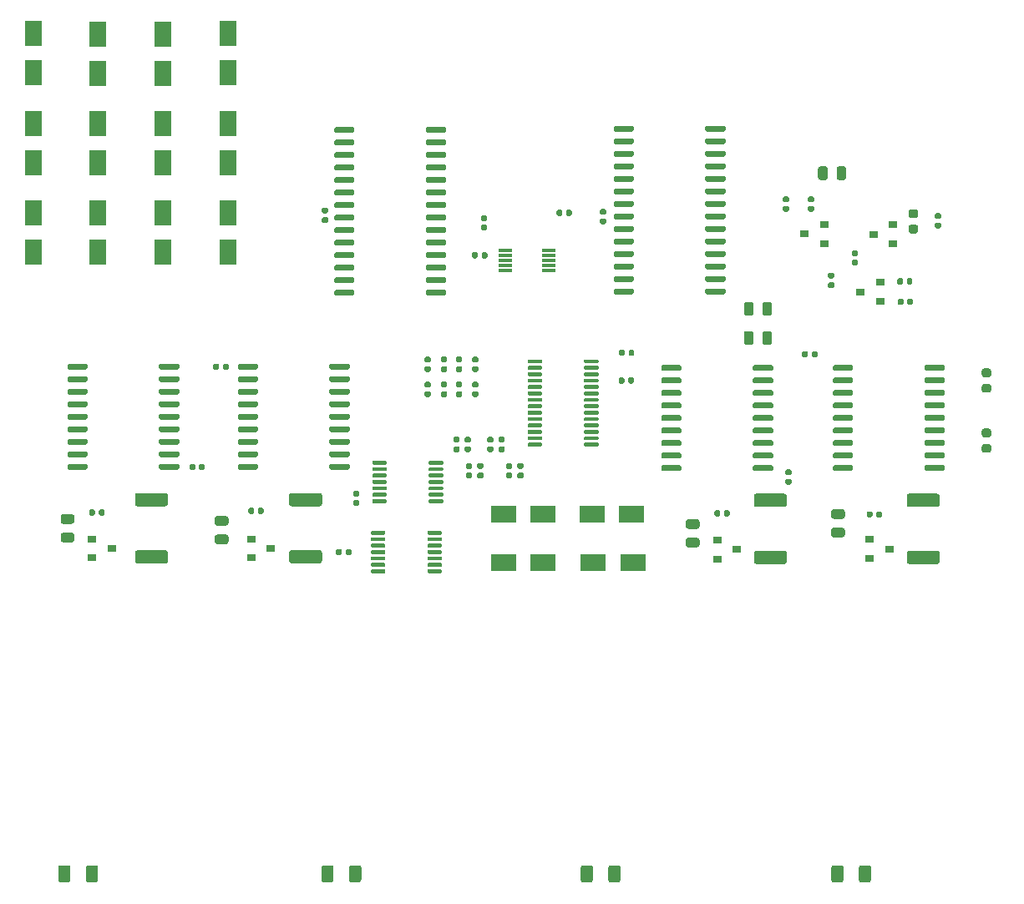
<source format=gbr>
G04 #@! TF.GenerationSoftware,KiCad,Pcbnew,5.1.6*
G04 #@! TF.CreationDate,2020-06-16T10:51:22-04:00*
G04 #@! TF.ProjectId,EVE-PCB-V4,4556452d-5043-4422-9d56-342e6b696361,rev?*
G04 #@! TF.SameCoordinates,Original*
G04 #@! TF.FileFunction,Paste,Top*
G04 #@! TF.FilePolarity,Positive*
%FSLAX46Y46*%
G04 Gerber Fmt 4.6, Leading zero omitted, Abs format (unit mm)*
G04 Created by KiCad (PCBNEW 5.1.6) date 2020-06-16 10:51:22*
%MOMM*%
%LPD*%
G01*
G04 APERTURE LIST*
%ADD10R,1.800000X2.500000*%
%ADD11R,2.500000X1.800000*%
%ADD12R,0.900000X0.800000*%
%ADD13R,1.400000X0.300000*%
G04 APERTURE END LIST*
G36*
G01*
X164788000Y-70762000D02*
X164788000Y-70462000D01*
G75*
G02*
X164938000Y-70312000I150000J0D01*
G01*
X166688000Y-70312000D01*
G75*
G02*
X166838000Y-70462000I0J-150000D01*
G01*
X166838000Y-70762000D01*
G75*
G02*
X166688000Y-70912000I-150000J0D01*
G01*
X164938000Y-70912000D01*
G75*
G02*
X164788000Y-70762000I0J150000D01*
G01*
G37*
G36*
G01*
X164788000Y-72032000D02*
X164788000Y-71732000D01*
G75*
G02*
X164938000Y-71582000I150000J0D01*
G01*
X166688000Y-71582000D01*
G75*
G02*
X166838000Y-71732000I0J-150000D01*
G01*
X166838000Y-72032000D01*
G75*
G02*
X166688000Y-72182000I-150000J0D01*
G01*
X164938000Y-72182000D01*
G75*
G02*
X164788000Y-72032000I0J150000D01*
G01*
G37*
G36*
G01*
X164788000Y-73302000D02*
X164788000Y-73002000D01*
G75*
G02*
X164938000Y-72852000I150000J0D01*
G01*
X166688000Y-72852000D01*
G75*
G02*
X166838000Y-73002000I0J-150000D01*
G01*
X166838000Y-73302000D01*
G75*
G02*
X166688000Y-73452000I-150000J0D01*
G01*
X164938000Y-73452000D01*
G75*
G02*
X164788000Y-73302000I0J150000D01*
G01*
G37*
G36*
G01*
X164788000Y-74572000D02*
X164788000Y-74272000D01*
G75*
G02*
X164938000Y-74122000I150000J0D01*
G01*
X166688000Y-74122000D01*
G75*
G02*
X166838000Y-74272000I0J-150000D01*
G01*
X166838000Y-74572000D01*
G75*
G02*
X166688000Y-74722000I-150000J0D01*
G01*
X164938000Y-74722000D01*
G75*
G02*
X164788000Y-74572000I0J150000D01*
G01*
G37*
G36*
G01*
X164788000Y-75842000D02*
X164788000Y-75542000D01*
G75*
G02*
X164938000Y-75392000I150000J0D01*
G01*
X166688000Y-75392000D01*
G75*
G02*
X166838000Y-75542000I0J-150000D01*
G01*
X166838000Y-75842000D01*
G75*
G02*
X166688000Y-75992000I-150000J0D01*
G01*
X164938000Y-75992000D01*
G75*
G02*
X164788000Y-75842000I0J150000D01*
G01*
G37*
G36*
G01*
X164788000Y-77112000D02*
X164788000Y-76812000D01*
G75*
G02*
X164938000Y-76662000I150000J0D01*
G01*
X166688000Y-76662000D01*
G75*
G02*
X166838000Y-76812000I0J-150000D01*
G01*
X166838000Y-77112000D01*
G75*
G02*
X166688000Y-77262000I-150000J0D01*
G01*
X164938000Y-77262000D01*
G75*
G02*
X164788000Y-77112000I0J150000D01*
G01*
G37*
G36*
G01*
X164788000Y-78382000D02*
X164788000Y-78082000D01*
G75*
G02*
X164938000Y-77932000I150000J0D01*
G01*
X166688000Y-77932000D01*
G75*
G02*
X166838000Y-78082000I0J-150000D01*
G01*
X166838000Y-78382000D01*
G75*
G02*
X166688000Y-78532000I-150000J0D01*
G01*
X164938000Y-78532000D01*
G75*
G02*
X164788000Y-78382000I0J150000D01*
G01*
G37*
G36*
G01*
X164788000Y-79652000D02*
X164788000Y-79352000D01*
G75*
G02*
X164938000Y-79202000I150000J0D01*
G01*
X166688000Y-79202000D01*
G75*
G02*
X166838000Y-79352000I0J-150000D01*
G01*
X166838000Y-79652000D01*
G75*
G02*
X166688000Y-79802000I-150000J0D01*
G01*
X164938000Y-79802000D01*
G75*
G02*
X164788000Y-79652000I0J150000D01*
G01*
G37*
G36*
G01*
X164788000Y-80922000D02*
X164788000Y-80622000D01*
G75*
G02*
X164938000Y-80472000I150000J0D01*
G01*
X166688000Y-80472000D01*
G75*
G02*
X166838000Y-80622000I0J-150000D01*
G01*
X166838000Y-80922000D01*
G75*
G02*
X166688000Y-81072000I-150000J0D01*
G01*
X164938000Y-81072000D01*
G75*
G02*
X164788000Y-80922000I0J150000D01*
G01*
G37*
G36*
G01*
X155488000Y-80922000D02*
X155488000Y-80622000D01*
G75*
G02*
X155638000Y-80472000I150000J0D01*
G01*
X157388000Y-80472000D01*
G75*
G02*
X157538000Y-80622000I0J-150000D01*
G01*
X157538000Y-80922000D01*
G75*
G02*
X157388000Y-81072000I-150000J0D01*
G01*
X155638000Y-81072000D01*
G75*
G02*
X155488000Y-80922000I0J150000D01*
G01*
G37*
G36*
G01*
X155488000Y-79652000D02*
X155488000Y-79352000D01*
G75*
G02*
X155638000Y-79202000I150000J0D01*
G01*
X157388000Y-79202000D01*
G75*
G02*
X157538000Y-79352000I0J-150000D01*
G01*
X157538000Y-79652000D01*
G75*
G02*
X157388000Y-79802000I-150000J0D01*
G01*
X155638000Y-79802000D01*
G75*
G02*
X155488000Y-79652000I0J150000D01*
G01*
G37*
G36*
G01*
X155488000Y-78382000D02*
X155488000Y-78082000D01*
G75*
G02*
X155638000Y-77932000I150000J0D01*
G01*
X157388000Y-77932000D01*
G75*
G02*
X157538000Y-78082000I0J-150000D01*
G01*
X157538000Y-78382000D01*
G75*
G02*
X157388000Y-78532000I-150000J0D01*
G01*
X155638000Y-78532000D01*
G75*
G02*
X155488000Y-78382000I0J150000D01*
G01*
G37*
G36*
G01*
X155488000Y-77112000D02*
X155488000Y-76812000D01*
G75*
G02*
X155638000Y-76662000I150000J0D01*
G01*
X157388000Y-76662000D01*
G75*
G02*
X157538000Y-76812000I0J-150000D01*
G01*
X157538000Y-77112000D01*
G75*
G02*
X157388000Y-77262000I-150000J0D01*
G01*
X155638000Y-77262000D01*
G75*
G02*
X155488000Y-77112000I0J150000D01*
G01*
G37*
G36*
G01*
X155488000Y-75842000D02*
X155488000Y-75542000D01*
G75*
G02*
X155638000Y-75392000I150000J0D01*
G01*
X157388000Y-75392000D01*
G75*
G02*
X157538000Y-75542000I0J-150000D01*
G01*
X157538000Y-75842000D01*
G75*
G02*
X157388000Y-75992000I-150000J0D01*
G01*
X155638000Y-75992000D01*
G75*
G02*
X155488000Y-75842000I0J150000D01*
G01*
G37*
G36*
G01*
X155488000Y-74572000D02*
X155488000Y-74272000D01*
G75*
G02*
X155638000Y-74122000I150000J0D01*
G01*
X157388000Y-74122000D01*
G75*
G02*
X157538000Y-74272000I0J-150000D01*
G01*
X157538000Y-74572000D01*
G75*
G02*
X157388000Y-74722000I-150000J0D01*
G01*
X155638000Y-74722000D01*
G75*
G02*
X155488000Y-74572000I0J150000D01*
G01*
G37*
G36*
G01*
X155488000Y-73302000D02*
X155488000Y-73002000D01*
G75*
G02*
X155638000Y-72852000I150000J0D01*
G01*
X157388000Y-72852000D01*
G75*
G02*
X157538000Y-73002000I0J-150000D01*
G01*
X157538000Y-73302000D01*
G75*
G02*
X157388000Y-73452000I-150000J0D01*
G01*
X155638000Y-73452000D01*
G75*
G02*
X155488000Y-73302000I0J150000D01*
G01*
G37*
G36*
G01*
X155488000Y-72032000D02*
X155488000Y-71732000D01*
G75*
G02*
X155638000Y-71582000I150000J0D01*
G01*
X157388000Y-71582000D01*
G75*
G02*
X157538000Y-71732000I0J-150000D01*
G01*
X157538000Y-72032000D01*
G75*
G02*
X157388000Y-72182000I-150000J0D01*
G01*
X155638000Y-72182000D01*
G75*
G02*
X155488000Y-72032000I0J150000D01*
G01*
G37*
G36*
G01*
X155488000Y-70762000D02*
X155488000Y-70462000D01*
G75*
G02*
X155638000Y-70312000I150000J0D01*
G01*
X157388000Y-70312000D01*
G75*
G02*
X157538000Y-70462000I0J-150000D01*
G01*
X157538000Y-70762000D01*
G75*
G02*
X157388000Y-70912000I-150000J0D01*
G01*
X155638000Y-70912000D01*
G75*
G02*
X155488000Y-70762000I0J150000D01*
G01*
G37*
G36*
G01*
X102397499Y-89093000D02*
X105247501Y-89093000D01*
G75*
G02*
X105497500Y-89342999I0J-249999D01*
G01*
X105497500Y-90193001D01*
G75*
G02*
X105247501Y-90443000I-249999J0D01*
G01*
X102397499Y-90443000D01*
G75*
G02*
X102147500Y-90193001I0J249999D01*
G01*
X102147500Y-89342999D01*
G75*
G02*
X102397499Y-89093000I249999J0D01*
G01*
G37*
G36*
G01*
X102397499Y-83293000D02*
X105247501Y-83293000D01*
G75*
G02*
X105497500Y-83542999I0J-249999D01*
G01*
X105497500Y-84393001D01*
G75*
G02*
X105247501Y-84643000I-249999J0D01*
G01*
X102397499Y-84643000D01*
G75*
G02*
X102147500Y-84393001I0J249999D01*
G01*
X102147500Y-83542999D01*
G75*
G02*
X102397499Y-83293000I249999J0D01*
G01*
G37*
G36*
G01*
X118018499Y-89093000D02*
X120868501Y-89093000D01*
G75*
G02*
X121118500Y-89342999I0J-249999D01*
G01*
X121118500Y-90193001D01*
G75*
G02*
X120868501Y-90443000I-249999J0D01*
G01*
X118018499Y-90443000D01*
G75*
G02*
X117768500Y-90193001I0J249999D01*
G01*
X117768500Y-89342999D01*
G75*
G02*
X118018499Y-89093000I249999J0D01*
G01*
G37*
G36*
G01*
X118018499Y-83293000D02*
X120868501Y-83293000D01*
G75*
G02*
X121118500Y-83542999I0J-249999D01*
G01*
X121118500Y-84393001D01*
G75*
G02*
X120868501Y-84643000I-249999J0D01*
G01*
X118018499Y-84643000D01*
G75*
G02*
X117768500Y-84393001I0J249999D01*
G01*
X117768500Y-83542999D01*
G75*
G02*
X118018499Y-83293000I249999J0D01*
G01*
G37*
G36*
G01*
X165135499Y-89156500D02*
X167985501Y-89156500D01*
G75*
G02*
X168235500Y-89406499I0J-249999D01*
G01*
X168235500Y-90256501D01*
G75*
G02*
X167985501Y-90506500I-249999J0D01*
G01*
X165135499Y-90506500D01*
G75*
G02*
X164885500Y-90256501I0J249999D01*
G01*
X164885500Y-89406499D01*
G75*
G02*
X165135499Y-89156500I249999J0D01*
G01*
G37*
G36*
G01*
X165135499Y-83356500D02*
X167985501Y-83356500D01*
G75*
G02*
X168235500Y-83606499I0J-249999D01*
G01*
X168235500Y-84456501D01*
G75*
G02*
X167985501Y-84706500I-249999J0D01*
G01*
X165135499Y-84706500D01*
G75*
G02*
X164885500Y-84456501I0J249999D01*
G01*
X164885500Y-83606499D01*
G75*
G02*
X165135499Y-83356500I249999J0D01*
G01*
G37*
G36*
G01*
X180629499Y-89156500D02*
X183479501Y-89156500D01*
G75*
G02*
X183729500Y-89406499I0J-249999D01*
G01*
X183729500Y-90256501D01*
G75*
G02*
X183479501Y-90506500I-249999J0D01*
G01*
X180629499Y-90506500D01*
G75*
G02*
X180379500Y-90256501I0J249999D01*
G01*
X180379500Y-89406499D01*
G75*
G02*
X180629499Y-89156500I249999J0D01*
G01*
G37*
G36*
G01*
X180629499Y-83356500D02*
X183479501Y-83356500D01*
G75*
G02*
X183729500Y-83606499I0J-249999D01*
G01*
X183729500Y-84456501D01*
G75*
G02*
X183479501Y-84706500I-249999J0D01*
G01*
X180629499Y-84706500D01*
G75*
G02*
X180379500Y-84456501I0J249999D01*
G01*
X180379500Y-83606499D01*
G75*
G02*
X180629499Y-83356500I249999J0D01*
G01*
G37*
G36*
G01*
X168320500Y-53785000D02*
X167975500Y-53785000D01*
G75*
G02*
X167828000Y-53637500I0J147500D01*
G01*
X167828000Y-53342500D01*
G75*
G02*
X167975500Y-53195000I147500J0D01*
G01*
X168320500Y-53195000D01*
G75*
G02*
X168468000Y-53342500I0J-147500D01*
G01*
X168468000Y-53637500D01*
G75*
G02*
X168320500Y-53785000I-147500J0D01*
G01*
G37*
G36*
G01*
X168320500Y-54755000D02*
X167975500Y-54755000D01*
G75*
G02*
X167828000Y-54607500I0J147500D01*
G01*
X167828000Y-54312500D01*
G75*
G02*
X167975500Y-54165000I147500J0D01*
G01*
X168320500Y-54165000D01*
G75*
G02*
X168468000Y-54312500I0J-147500D01*
G01*
X168468000Y-54607500D01*
G75*
G02*
X168320500Y-54755000I-147500J0D01*
G01*
G37*
G36*
G01*
X170860500Y-53785000D02*
X170515500Y-53785000D01*
G75*
G02*
X170368000Y-53637500I0J147500D01*
G01*
X170368000Y-53342500D01*
G75*
G02*
X170515500Y-53195000I147500J0D01*
G01*
X170860500Y-53195000D01*
G75*
G02*
X171008000Y-53342500I0J-147500D01*
G01*
X171008000Y-53637500D01*
G75*
G02*
X170860500Y-53785000I-147500J0D01*
G01*
G37*
G36*
G01*
X170860500Y-54755000D02*
X170515500Y-54755000D01*
G75*
G02*
X170368000Y-54607500I0J147500D01*
G01*
X170368000Y-54312500D01*
G75*
G02*
X170515500Y-54165000I147500J0D01*
G01*
X170860500Y-54165000D01*
G75*
G02*
X171008000Y-54312500I0J-147500D01*
G01*
X171008000Y-54607500D01*
G75*
G02*
X170860500Y-54755000I-147500J0D01*
G01*
G37*
G36*
G01*
X174960500Y-59626000D02*
X175305500Y-59626000D01*
G75*
G02*
X175453000Y-59773500I0J-147500D01*
G01*
X175453000Y-60068500D01*
G75*
G02*
X175305500Y-60216000I-147500J0D01*
G01*
X174960500Y-60216000D01*
G75*
G02*
X174813000Y-60068500I0J147500D01*
G01*
X174813000Y-59773500D01*
G75*
G02*
X174960500Y-59626000I147500J0D01*
G01*
G37*
G36*
G01*
X174960500Y-58656000D02*
X175305500Y-58656000D01*
G75*
G02*
X175453000Y-58803500I0J-147500D01*
G01*
X175453000Y-59098500D01*
G75*
G02*
X175305500Y-59246000I-147500J0D01*
G01*
X174960500Y-59246000D01*
G75*
G02*
X174813000Y-59098500I0J147500D01*
G01*
X174813000Y-58803500D01*
G75*
G02*
X174960500Y-58656000I147500J0D01*
G01*
G37*
G36*
G01*
X172547500Y-61912000D02*
X172892500Y-61912000D01*
G75*
G02*
X173040000Y-62059500I0J-147500D01*
G01*
X173040000Y-62354500D01*
G75*
G02*
X172892500Y-62502000I-147500J0D01*
G01*
X172547500Y-62502000D01*
G75*
G02*
X172400000Y-62354500I0J147500D01*
G01*
X172400000Y-62059500D01*
G75*
G02*
X172547500Y-61912000I147500J0D01*
G01*
G37*
G36*
G01*
X172547500Y-60942000D02*
X172892500Y-60942000D01*
G75*
G02*
X173040000Y-61089500I0J-147500D01*
G01*
X173040000Y-61384500D01*
G75*
G02*
X172892500Y-61532000I-147500J0D01*
G01*
X172547500Y-61532000D01*
G75*
G02*
X172400000Y-61384500I0J147500D01*
G01*
X172400000Y-61089500D01*
G75*
G02*
X172547500Y-60942000I147500J0D01*
G01*
G37*
G36*
G01*
X172727000Y-122545000D02*
X172727000Y-121295000D01*
G75*
G02*
X172977000Y-121045000I250000J0D01*
G01*
X173727000Y-121045000D01*
G75*
G02*
X173977000Y-121295000I0J-250000D01*
G01*
X173977000Y-122545000D01*
G75*
G02*
X173727000Y-122795000I-250000J0D01*
G01*
X172977000Y-122795000D01*
G75*
G02*
X172727000Y-122545000I0J250000D01*
G01*
G37*
G36*
G01*
X175527000Y-122545000D02*
X175527000Y-121295000D01*
G75*
G02*
X175777000Y-121045000I250000J0D01*
G01*
X176527000Y-121045000D01*
G75*
G02*
X176777000Y-121295000I0J-250000D01*
G01*
X176777000Y-122545000D01*
G75*
G02*
X176527000Y-122795000I-250000J0D01*
G01*
X175777000Y-122795000D01*
G75*
G02*
X175527000Y-122545000I0J250000D01*
G01*
G37*
G36*
G01*
X147327000Y-122545000D02*
X147327000Y-121295000D01*
G75*
G02*
X147577000Y-121045000I250000J0D01*
G01*
X148327000Y-121045000D01*
G75*
G02*
X148577000Y-121295000I0J-250000D01*
G01*
X148577000Y-122545000D01*
G75*
G02*
X148327000Y-122795000I-250000J0D01*
G01*
X147577000Y-122795000D01*
G75*
G02*
X147327000Y-122545000I0J250000D01*
G01*
G37*
G36*
G01*
X150127000Y-122545000D02*
X150127000Y-121295000D01*
G75*
G02*
X150377000Y-121045000I250000J0D01*
G01*
X151127000Y-121045000D01*
G75*
G02*
X151377000Y-121295000I0J-250000D01*
G01*
X151377000Y-122545000D01*
G75*
G02*
X151127000Y-122795000I-250000J0D01*
G01*
X150377000Y-122795000D01*
G75*
G02*
X150127000Y-122545000I0J250000D01*
G01*
G37*
G36*
G01*
X123841000Y-122545000D02*
X123841000Y-121295000D01*
G75*
G02*
X124091000Y-121045000I250000J0D01*
G01*
X124841000Y-121045000D01*
G75*
G02*
X125091000Y-121295000I0J-250000D01*
G01*
X125091000Y-122545000D01*
G75*
G02*
X124841000Y-122795000I-250000J0D01*
G01*
X124091000Y-122795000D01*
G75*
G02*
X123841000Y-122545000I0J250000D01*
G01*
G37*
G36*
G01*
X121041000Y-122545000D02*
X121041000Y-121295000D01*
G75*
G02*
X121291000Y-121045000I250000J0D01*
G01*
X122041000Y-121045000D01*
G75*
G02*
X122291000Y-121295000I0J-250000D01*
G01*
X122291000Y-122545000D01*
G75*
G02*
X122041000Y-122795000I-250000J0D01*
G01*
X121291000Y-122795000D01*
G75*
G02*
X121041000Y-122545000I0J250000D01*
G01*
G37*
G36*
G01*
X94365000Y-122545000D02*
X94365000Y-121295000D01*
G75*
G02*
X94615000Y-121045000I250000J0D01*
G01*
X95365000Y-121045000D01*
G75*
G02*
X95615000Y-121295000I0J-250000D01*
G01*
X95615000Y-122545000D01*
G75*
G02*
X95365000Y-122795000I-250000J0D01*
G01*
X94615000Y-122795000D01*
G75*
G02*
X94365000Y-122545000I0J250000D01*
G01*
G37*
G36*
G01*
X97165000Y-122545000D02*
X97165000Y-121295000D01*
G75*
G02*
X97415000Y-121045000I250000J0D01*
G01*
X98165000Y-121045000D01*
G75*
G02*
X98415000Y-121295000I0J-250000D01*
G01*
X98415000Y-122545000D01*
G75*
G02*
X98165000Y-122795000I-250000J0D01*
G01*
X97415000Y-122795000D01*
G75*
G02*
X97165000Y-122545000I0J250000D01*
G01*
G37*
G36*
G01*
X171396600Y-51307050D02*
X171396600Y-50394550D01*
G75*
G02*
X171640350Y-50150800I243750J0D01*
G01*
X172127850Y-50150800D01*
G75*
G02*
X172371600Y-50394550I0J-243750D01*
G01*
X172371600Y-51307050D01*
G75*
G02*
X172127850Y-51550800I-243750J0D01*
G01*
X171640350Y-51550800D01*
G75*
G02*
X171396600Y-51307050I0J243750D01*
G01*
G37*
G36*
G01*
X173271600Y-51307050D02*
X173271600Y-50394550D01*
G75*
G02*
X173515350Y-50150800I243750J0D01*
G01*
X174002850Y-50150800D01*
G75*
G02*
X174246600Y-50394550I0J-243750D01*
G01*
X174246600Y-51307050D01*
G75*
G02*
X174002850Y-51550800I-243750J0D01*
G01*
X173515350Y-51550800D01*
G75*
G02*
X173271600Y-51307050I0J243750D01*
G01*
G37*
D10*
X91842846Y-36688269D03*
X91842846Y-40688269D03*
X98363846Y-36751769D03*
X98363846Y-40751769D03*
X111596346Y-40688269D03*
X111596346Y-36688269D03*
X105011846Y-49821769D03*
X105011846Y-45821769D03*
X105011846Y-40751769D03*
X105011846Y-36751769D03*
X98363846Y-45821769D03*
X98363846Y-49821769D03*
X111596346Y-45821769D03*
X111596346Y-49821769D03*
X111596346Y-58891769D03*
X111596346Y-54891769D03*
X91842846Y-45821769D03*
X91842846Y-49821769D03*
X98363846Y-54891769D03*
X98363846Y-58891769D03*
X105011846Y-58891769D03*
X105011846Y-54891769D03*
X91842846Y-54891769D03*
X91842846Y-58891769D03*
G36*
G01*
X136062500Y-79139000D02*
X135717500Y-79139000D01*
G75*
G02*
X135570000Y-78991500I0J147500D01*
G01*
X135570000Y-78696500D01*
G75*
G02*
X135717500Y-78549000I147500J0D01*
G01*
X136062500Y-78549000D01*
G75*
G02*
X136210000Y-78696500I0J-147500D01*
G01*
X136210000Y-78991500D01*
G75*
G02*
X136062500Y-79139000I-147500J0D01*
G01*
G37*
G36*
G01*
X136062500Y-78169000D02*
X135717500Y-78169000D01*
G75*
G02*
X135570000Y-78021500I0J147500D01*
G01*
X135570000Y-77726500D01*
G75*
G02*
X135717500Y-77579000I147500J0D01*
G01*
X136062500Y-77579000D01*
G75*
G02*
X136210000Y-77726500I0J-147500D01*
G01*
X136210000Y-78021500D01*
G75*
G02*
X136062500Y-78169000I-147500J0D01*
G01*
G37*
G36*
G01*
X139491500Y-78169000D02*
X139146500Y-78169000D01*
G75*
G02*
X138999000Y-78021500I0J147500D01*
G01*
X138999000Y-77726500D01*
G75*
G02*
X139146500Y-77579000I147500J0D01*
G01*
X139491500Y-77579000D01*
G75*
G02*
X139639000Y-77726500I0J-147500D01*
G01*
X139639000Y-78021500D01*
G75*
G02*
X139491500Y-78169000I-147500J0D01*
G01*
G37*
G36*
G01*
X139491500Y-79139000D02*
X139146500Y-79139000D01*
G75*
G02*
X138999000Y-78991500I0J147500D01*
G01*
X138999000Y-78696500D01*
G75*
G02*
X139146500Y-78549000I147500J0D01*
G01*
X139491500Y-78549000D01*
G75*
G02*
X139639000Y-78696500I0J-147500D01*
G01*
X139639000Y-78991500D01*
G75*
G02*
X139491500Y-79139000I-147500J0D01*
G01*
G37*
G36*
G01*
X140253500Y-81806000D02*
X139908500Y-81806000D01*
G75*
G02*
X139761000Y-81658500I0J147500D01*
G01*
X139761000Y-81363500D01*
G75*
G02*
X139908500Y-81216000I147500J0D01*
G01*
X140253500Y-81216000D01*
G75*
G02*
X140401000Y-81363500I0J-147500D01*
G01*
X140401000Y-81658500D01*
G75*
G02*
X140253500Y-81806000I-147500J0D01*
G01*
G37*
G36*
G01*
X140253500Y-80836000D02*
X139908500Y-80836000D01*
G75*
G02*
X139761000Y-80688500I0J147500D01*
G01*
X139761000Y-80393500D01*
G75*
G02*
X139908500Y-80246000I147500J0D01*
G01*
X140253500Y-80246000D01*
G75*
G02*
X140401000Y-80393500I0J-147500D01*
G01*
X140401000Y-80688500D01*
G75*
G02*
X140253500Y-80836000I-147500J0D01*
G01*
G37*
G36*
G01*
X137332500Y-80836000D02*
X136987500Y-80836000D01*
G75*
G02*
X136840000Y-80688500I0J147500D01*
G01*
X136840000Y-80393500D01*
G75*
G02*
X136987500Y-80246000I147500J0D01*
G01*
X137332500Y-80246000D01*
G75*
G02*
X137480000Y-80393500I0J-147500D01*
G01*
X137480000Y-80688500D01*
G75*
G02*
X137332500Y-80836000I-147500J0D01*
G01*
G37*
G36*
G01*
X137332500Y-81806000D02*
X136987500Y-81806000D01*
G75*
G02*
X136840000Y-81658500I0J147500D01*
G01*
X136840000Y-81363500D01*
G75*
G02*
X136987500Y-81216000I147500J0D01*
G01*
X137332500Y-81216000D01*
G75*
G02*
X137480000Y-81363500I0J-147500D01*
G01*
X137480000Y-81658500D01*
G75*
G02*
X137332500Y-81806000I-147500J0D01*
G01*
G37*
G36*
G01*
X136316500Y-59354500D02*
X136316500Y-59009500D01*
G75*
G02*
X136464000Y-58862000I147500J0D01*
G01*
X136759000Y-58862000D01*
G75*
G02*
X136906500Y-59009500I0J-147500D01*
G01*
X136906500Y-59354500D01*
G75*
G02*
X136759000Y-59502000I-147500J0D01*
G01*
X136464000Y-59502000D01*
G75*
G02*
X136316500Y-59354500I0J147500D01*
G01*
G37*
G36*
G01*
X137286500Y-59354500D02*
X137286500Y-59009500D01*
G75*
G02*
X137434000Y-58862000I147500J0D01*
G01*
X137729000Y-58862000D01*
G75*
G02*
X137876500Y-59009500I0J-147500D01*
G01*
X137876500Y-59354500D01*
G75*
G02*
X137729000Y-59502000I-147500J0D01*
G01*
X137434000Y-59502000D01*
G75*
G02*
X137286500Y-59354500I0J147500D01*
G01*
G37*
G36*
G01*
X184237000Y-80622000D02*
X184237000Y-80922000D01*
G75*
G02*
X184087000Y-81072000I-150000J0D01*
G01*
X182337000Y-81072000D01*
G75*
G02*
X182187000Y-80922000I0J150000D01*
G01*
X182187000Y-80622000D01*
G75*
G02*
X182337000Y-80472000I150000J0D01*
G01*
X184087000Y-80472000D01*
G75*
G02*
X184237000Y-80622000I0J-150000D01*
G01*
G37*
G36*
G01*
X184237000Y-79352000D02*
X184237000Y-79652000D01*
G75*
G02*
X184087000Y-79802000I-150000J0D01*
G01*
X182337000Y-79802000D01*
G75*
G02*
X182187000Y-79652000I0J150000D01*
G01*
X182187000Y-79352000D01*
G75*
G02*
X182337000Y-79202000I150000J0D01*
G01*
X184087000Y-79202000D01*
G75*
G02*
X184237000Y-79352000I0J-150000D01*
G01*
G37*
G36*
G01*
X184237000Y-78082000D02*
X184237000Y-78382000D01*
G75*
G02*
X184087000Y-78532000I-150000J0D01*
G01*
X182337000Y-78532000D01*
G75*
G02*
X182187000Y-78382000I0J150000D01*
G01*
X182187000Y-78082000D01*
G75*
G02*
X182337000Y-77932000I150000J0D01*
G01*
X184087000Y-77932000D01*
G75*
G02*
X184237000Y-78082000I0J-150000D01*
G01*
G37*
G36*
G01*
X184237000Y-76812000D02*
X184237000Y-77112000D01*
G75*
G02*
X184087000Y-77262000I-150000J0D01*
G01*
X182337000Y-77262000D01*
G75*
G02*
X182187000Y-77112000I0J150000D01*
G01*
X182187000Y-76812000D01*
G75*
G02*
X182337000Y-76662000I150000J0D01*
G01*
X184087000Y-76662000D01*
G75*
G02*
X184237000Y-76812000I0J-150000D01*
G01*
G37*
G36*
G01*
X184237000Y-75542000D02*
X184237000Y-75842000D01*
G75*
G02*
X184087000Y-75992000I-150000J0D01*
G01*
X182337000Y-75992000D01*
G75*
G02*
X182187000Y-75842000I0J150000D01*
G01*
X182187000Y-75542000D01*
G75*
G02*
X182337000Y-75392000I150000J0D01*
G01*
X184087000Y-75392000D01*
G75*
G02*
X184237000Y-75542000I0J-150000D01*
G01*
G37*
G36*
G01*
X184237000Y-74272000D02*
X184237000Y-74572000D01*
G75*
G02*
X184087000Y-74722000I-150000J0D01*
G01*
X182337000Y-74722000D01*
G75*
G02*
X182187000Y-74572000I0J150000D01*
G01*
X182187000Y-74272000D01*
G75*
G02*
X182337000Y-74122000I150000J0D01*
G01*
X184087000Y-74122000D01*
G75*
G02*
X184237000Y-74272000I0J-150000D01*
G01*
G37*
G36*
G01*
X184237000Y-73002000D02*
X184237000Y-73302000D01*
G75*
G02*
X184087000Y-73452000I-150000J0D01*
G01*
X182337000Y-73452000D01*
G75*
G02*
X182187000Y-73302000I0J150000D01*
G01*
X182187000Y-73002000D01*
G75*
G02*
X182337000Y-72852000I150000J0D01*
G01*
X184087000Y-72852000D01*
G75*
G02*
X184237000Y-73002000I0J-150000D01*
G01*
G37*
G36*
G01*
X184237000Y-71732000D02*
X184237000Y-72032000D01*
G75*
G02*
X184087000Y-72182000I-150000J0D01*
G01*
X182337000Y-72182000D01*
G75*
G02*
X182187000Y-72032000I0J150000D01*
G01*
X182187000Y-71732000D01*
G75*
G02*
X182337000Y-71582000I150000J0D01*
G01*
X184087000Y-71582000D01*
G75*
G02*
X184237000Y-71732000I0J-150000D01*
G01*
G37*
G36*
G01*
X184237000Y-70462000D02*
X184237000Y-70762000D01*
G75*
G02*
X184087000Y-70912000I-150000J0D01*
G01*
X182337000Y-70912000D01*
G75*
G02*
X182187000Y-70762000I0J150000D01*
G01*
X182187000Y-70462000D01*
G75*
G02*
X182337000Y-70312000I150000J0D01*
G01*
X184087000Y-70312000D01*
G75*
G02*
X184237000Y-70462000I0J-150000D01*
G01*
G37*
G36*
G01*
X174937000Y-70462000D02*
X174937000Y-70762000D01*
G75*
G02*
X174787000Y-70912000I-150000J0D01*
G01*
X173037000Y-70912000D01*
G75*
G02*
X172887000Y-70762000I0J150000D01*
G01*
X172887000Y-70462000D01*
G75*
G02*
X173037000Y-70312000I150000J0D01*
G01*
X174787000Y-70312000D01*
G75*
G02*
X174937000Y-70462000I0J-150000D01*
G01*
G37*
G36*
G01*
X174937000Y-71732000D02*
X174937000Y-72032000D01*
G75*
G02*
X174787000Y-72182000I-150000J0D01*
G01*
X173037000Y-72182000D01*
G75*
G02*
X172887000Y-72032000I0J150000D01*
G01*
X172887000Y-71732000D01*
G75*
G02*
X173037000Y-71582000I150000J0D01*
G01*
X174787000Y-71582000D01*
G75*
G02*
X174937000Y-71732000I0J-150000D01*
G01*
G37*
G36*
G01*
X174937000Y-73002000D02*
X174937000Y-73302000D01*
G75*
G02*
X174787000Y-73452000I-150000J0D01*
G01*
X173037000Y-73452000D01*
G75*
G02*
X172887000Y-73302000I0J150000D01*
G01*
X172887000Y-73002000D01*
G75*
G02*
X173037000Y-72852000I150000J0D01*
G01*
X174787000Y-72852000D01*
G75*
G02*
X174937000Y-73002000I0J-150000D01*
G01*
G37*
G36*
G01*
X174937000Y-74272000D02*
X174937000Y-74572000D01*
G75*
G02*
X174787000Y-74722000I-150000J0D01*
G01*
X173037000Y-74722000D01*
G75*
G02*
X172887000Y-74572000I0J150000D01*
G01*
X172887000Y-74272000D01*
G75*
G02*
X173037000Y-74122000I150000J0D01*
G01*
X174787000Y-74122000D01*
G75*
G02*
X174937000Y-74272000I0J-150000D01*
G01*
G37*
G36*
G01*
X174937000Y-75542000D02*
X174937000Y-75842000D01*
G75*
G02*
X174787000Y-75992000I-150000J0D01*
G01*
X173037000Y-75992000D01*
G75*
G02*
X172887000Y-75842000I0J150000D01*
G01*
X172887000Y-75542000D01*
G75*
G02*
X173037000Y-75392000I150000J0D01*
G01*
X174787000Y-75392000D01*
G75*
G02*
X174937000Y-75542000I0J-150000D01*
G01*
G37*
G36*
G01*
X174937000Y-76812000D02*
X174937000Y-77112000D01*
G75*
G02*
X174787000Y-77262000I-150000J0D01*
G01*
X173037000Y-77262000D01*
G75*
G02*
X172887000Y-77112000I0J150000D01*
G01*
X172887000Y-76812000D01*
G75*
G02*
X173037000Y-76662000I150000J0D01*
G01*
X174787000Y-76662000D01*
G75*
G02*
X174937000Y-76812000I0J-150000D01*
G01*
G37*
G36*
G01*
X174937000Y-78082000D02*
X174937000Y-78382000D01*
G75*
G02*
X174787000Y-78532000I-150000J0D01*
G01*
X173037000Y-78532000D01*
G75*
G02*
X172887000Y-78382000I0J150000D01*
G01*
X172887000Y-78082000D01*
G75*
G02*
X173037000Y-77932000I150000J0D01*
G01*
X174787000Y-77932000D01*
G75*
G02*
X174937000Y-78082000I0J-150000D01*
G01*
G37*
G36*
G01*
X174937000Y-79352000D02*
X174937000Y-79652000D01*
G75*
G02*
X174787000Y-79802000I-150000J0D01*
G01*
X173037000Y-79802000D01*
G75*
G02*
X172887000Y-79652000I0J150000D01*
G01*
X172887000Y-79352000D01*
G75*
G02*
X173037000Y-79202000I150000J0D01*
G01*
X174787000Y-79202000D01*
G75*
G02*
X174937000Y-79352000I0J-150000D01*
G01*
G37*
G36*
G01*
X174937000Y-80622000D02*
X174937000Y-80922000D01*
G75*
G02*
X174787000Y-81072000I-150000J0D01*
G01*
X173037000Y-81072000D01*
G75*
G02*
X172887000Y-80922000I0J150000D01*
G01*
X172887000Y-80622000D01*
G75*
G02*
X173037000Y-80472000I150000J0D01*
G01*
X174787000Y-80472000D01*
G75*
G02*
X174937000Y-80622000I0J-150000D01*
G01*
G37*
G36*
G01*
X123912000Y-80495000D02*
X123912000Y-80795000D01*
G75*
G02*
X123762000Y-80945000I-150000J0D01*
G01*
X122012000Y-80945000D01*
G75*
G02*
X121862000Y-80795000I0J150000D01*
G01*
X121862000Y-80495000D01*
G75*
G02*
X122012000Y-80345000I150000J0D01*
G01*
X123762000Y-80345000D01*
G75*
G02*
X123912000Y-80495000I0J-150000D01*
G01*
G37*
G36*
G01*
X123912000Y-79225000D02*
X123912000Y-79525000D01*
G75*
G02*
X123762000Y-79675000I-150000J0D01*
G01*
X122012000Y-79675000D01*
G75*
G02*
X121862000Y-79525000I0J150000D01*
G01*
X121862000Y-79225000D01*
G75*
G02*
X122012000Y-79075000I150000J0D01*
G01*
X123762000Y-79075000D01*
G75*
G02*
X123912000Y-79225000I0J-150000D01*
G01*
G37*
G36*
G01*
X123912000Y-77955000D02*
X123912000Y-78255000D01*
G75*
G02*
X123762000Y-78405000I-150000J0D01*
G01*
X122012000Y-78405000D01*
G75*
G02*
X121862000Y-78255000I0J150000D01*
G01*
X121862000Y-77955000D01*
G75*
G02*
X122012000Y-77805000I150000J0D01*
G01*
X123762000Y-77805000D01*
G75*
G02*
X123912000Y-77955000I0J-150000D01*
G01*
G37*
G36*
G01*
X123912000Y-76685000D02*
X123912000Y-76985000D01*
G75*
G02*
X123762000Y-77135000I-150000J0D01*
G01*
X122012000Y-77135000D01*
G75*
G02*
X121862000Y-76985000I0J150000D01*
G01*
X121862000Y-76685000D01*
G75*
G02*
X122012000Y-76535000I150000J0D01*
G01*
X123762000Y-76535000D01*
G75*
G02*
X123912000Y-76685000I0J-150000D01*
G01*
G37*
G36*
G01*
X123912000Y-75415000D02*
X123912000Y-75715000D01*
G75*
G02*
X123762000Y-75865000I-150000J0D01*
G01*
X122012000Y-75865000D01*
G75*
G02*
X121862000Y-75715000I0J150000D01*
G01*
X121862000Y-75415000D01*
G75*
G02*
X122012000Y-75265000I150000J0D01*
G01*
X123762000Y-75265000D01*
G75*
G02*
X123912000Y-75415000I0J-150000D01*
G01*
G37*
G36*
G01*
X123912000Y-74145000D02*
X123912000Y-74445000D01*
G75*
G02*
X123762000Y-74595000I-150000J0D01*
G01*
X122012000Y-74595000D01*
G75*
G02*
X121862000Y-74445000I0J150000D01*
G01*
X121862000Y-74145000D01*
G75*
G02*
X122012000Y-73995000I150000J0D01*
G01*
X123762000Y-73995000D01*
G75*
G02*
X123912000Y-74145000I0J-150000D01*
G01*
G37*
G36*
G01*
X123912000Y-72875000D02*
X123912000Y-73175000D01*
G75*
G02*
X123762000Y-73325000I-150000J0D01*
G01*
X122012000Y-73325000D01*
G75*
G02*
X121862000Y-73175000I0J150000D01*
G01*
X121862000Y-72875000D01*
G75*
G02*
X122012000Y-72725000I150000J0D01*
G01*
X123762000Y-72725000D01*
G75*
G02*
X123912000Y-72875000I0J-150000D01*
G01*
G37*
G36*
G01*
X123912000Y-71605000D02*
X123912000Y-71905000D01*
G75*
G02*
X123762000Y-72055000I-150000J0D01*
G01*
X122012000Y-72055000D01*
G75*
G02*
X121862000Y-71905000I0J150000D01*
G01*
X121862000Y-71605000D01*
G75*
G02*
X122012000Y-71455000I150000J0D01*
G01*
X123762000Y-71455000D01*
G75*
G02*
X123912000Y-71605000I0J-150000D01*
G01*
G37*
G36*
G01*
X123912000Y-70335000D02*
X123912000Y-70635000D01*
G75*
G02*
X123762000Y-70785000I-150000J0D01*
G01*
X122012000Y-70785000D01*
G75*
G02*
X121862000Y-70635000I0J150000D01*
G01*
X121862000Y-70335000D01*
G75*
G02*
X122012000Y-70185000I150000J0D01*
G01*
X123762000Y-70185000D01*
G75*
G02*
X123912000Y-70335000I0J-150000D01*
G01*
G37*
G36*
G01*
X114612000Y-70335000D02*
X114612000Y-70635000D01*
G75*
G02*
X114462000Y-70785000I-150000J0D01*
G01*
X112712000Y-70785000D01*
G75*
G02*
X112562000Y-70635000I0J150000D01*
G01*
X112562000Y-70335000D01*
G75*
G02*
X112712000Y-70185000I150000J0D01*
G01*
X114462000Y-70185000D01*
G75*
G02*
X114612000Y-70335000I0J-150000D01*
G01*
G37*
G36*
G01*
X114612000Y-71605000D02*
X114612000Y-71905000D01*
G75*
G02*
X114462000Y-72055000I-150000J0D01*
G01*
X112712000Y-72055000D01*
G75*
G02*
X112562000Y-71905000I0J150000D01*
G01*
X112562000Y-71605000D01*
G75*
G02*
X112712000Y-71455000I150000J0D01*
G01*
X114462000Y-71455000D01*
G75*
G02*
X114612000Y-71605000I0J-150000D01*
G01*
G37*
G36*
G01*
X114612000Y-72875000D02*
X114612000Y-73175000D01*
G75*
G02*
X114462000Y-73325000I-150000J0D01*
G01*
X112712000Y-73325000D01*
G75*
G02*
X112562000Y-73175000I0J150000D01*
G01*
X112562000Y-72875000D01*
G75*
G02*
X112712000Y-72725000I150000J0D01*
G01*
X114462000Y-72725000D01*
G75*
G02*
X114612000Y-72875000I0J-150000D01*
G01*
G37*
G36*
G01*
X114612000Y-74145000D02*
X114612000Y-74445000D01*
G75*
G02*
X114462000Y-74595000I-150000J0D01*
G01*
X112712000Y-74595000D01*
G75*
G02*
X112562000Y-74445000I0J150000D01*
G01*
X112562000Y-74145000D01*
G75*
G02*
X112712000Y-73995000I150000J0D01*
G01*
X114462000Y-73995000D01*
G75*
G02*
X114612000Y-74145000I0J-150000D01*
G01*
G37*
G36*
G01*
X114612000Y-75415000D02*
X114612000Y-75715000D01*
G75*
G02*
X114462000Y-75865000I-150000J0D01*
G01*
X112712000Y-75865000D01*
G75*
G02*
X112562000Y-75715000I0J150000D01*
G01*
X112562000Y-75415000D01*
G75*
G02*
X112712000Y-75265000I150000J0D01*
G01*
X114462000Y-75265000D01*
G75*
G02*
X114612000Y-75415000I0J-150000D01*
G01*
G37*
G36*
G01*
X114612000Y-76685000D02*
X114612000Y-76985000D01*
G75*
G02*
X114462000Y-77135000I-150000J0D01*
G01*
X112712000Y-77135000D01*
G75*
G02*
X112562000Y-76985000I0J150000D01*
G01*
X112562000Y-76685000D01*
G75*
G02*
X112712000Y-76535000I150000J0D01*
G01*
X114462000Y-76535000D01*
G75*
G02*
X114612000Y-76685000I0J-150000D01*
G01*
G37*
G36*
G01*
X114612000Y-77955000D02*
X114612000Y-78255000D01*
G75*
G02*
X114462000Y-78405000I-150000J0D01*
G01*
X112712000Y-78405000D01*
G75*
G02*
X112562000Y-78255000I0J150000D01*
G01*
X112562000Y-77955000D01*
G75*
G02*
X112712000Y-77805000I150000J0D01*
G01*
X114462000Y-77805000D01*
G75*
G02*
X114612000Y-77955000I0J-150000D01*
G01*
G37*
G36*
G01*
X114612000Y-79225000D02*
X114612000Y-79525000D01*
G75*
G02*
X114462000Y-79675000I-150000J0D01*
G01*
X112712000Y-79675000D01*
G75*
G02*
X112562000Y-79525000I0J150000D01*
G01*
X112562000Y-79225000D01*
G75*
G02*
X112712000Y-79075000I150000J0D01*
G01*
X114462000Y-79075000D01*
G75*
G02*
X114612000Y-79225000I0J-150000D01*
G01*
G37*
G36*
G01*
X114612000Y-80495000D02*
X114612000Y-80795000D01*
G75*
G02*
X114462000Y-80945000I-150000J0D01*
G01*
X112712000Y-80945000D01*
G75*
G02*
X112562000Y-80795000I0J150000D01*
G01*
X112562000Y-80495000D01*
G75*
G02*
X112712000Y-80345000I150000J0D01*
G01*
X114462000Y-80345000D01*
G75*
G02*
X114612000Y-80495000I0J-150000D01*
G01*
G37*
G36*
G01*
X104590000Y-70635000D02*
X104590000Y-70335000D01*
G75*
G02*
X104740000Y-70185000I150000J0D01*
G01*
X106490000Y-70185000D01*
G75*
G02*
X106640000Y-70335000I0J-150000D01*
G01*
X106640000Y-70635000D01*
G75*
G02*
X106490000Y-70785000I-150000J0D01*
G01*
X104740000Y-70785000D01*
G75*
G02*
X104590000Y-70635000I0J150000D01*
G01*
G37*
G36*
G01*
X104590000Y-71905000D02*
X104590000Y-71605000D01*
G75*
G02*
X104740000Y-71455000I150000J0D01*
G01*
X106490000Y-71455000D01*
G75*
G02*
X106640000Y-71605000I0J-150000D01*
G01*
X106640000Y-71905000D01*
G75*
G02*
X106490000Y-72055000I-150000J0D01*
G01*
X104740000Y-72055000D01*
G75*
G02*
X104590000Y-71905000I0J150000D01*
G01*
G37*
G36*
G01*
X104590000Y-73175000D02*
X104590000Y-72875000D01*
G75*
G02*
X104740000Y-72725000I150000J0D01*
G01*
X106490000Y-72725000D01*
G75*
G02*
X106640000Y-72875000I0J-150000D01*
G01*
X106640000Y-73175000D01*
G75*
G02*
X106490000Y-73325000I-150000J0D01*
G01*
X104740000Y-73325000D01*
G75*
G02*
X104590000Y-73175000I0J150000D01*
G01*
G37*
G36*
G01*
X104590000Y-74445000D02*
X104590000Y-74145000D01*
G75*
G02*
X104740000Y-73995000I150000J0D01*
G01*
X106490000Y-73995000D01*
G75*
G02*
X106640000Y-74145000I0J-150000D01*
G01*
X106640000Y-74445000D01*
G75*
G02*
X106490000Y-74595000I-150000J0D01*
G01*
X104740000Y-74595000D01*
G75*
G02*
X104590000Y-74445000I0J150000D01*
G01*
G37*
G36*
G01*
X104590000Y-75715000D02*
X104590000Y-75415000D01*
G75*
G02*
X104740000Y-75265000I150000J0D01*
G01*
X106490000Y-75265000D01*
G75*
G02*
X106640000Y-75415000I0J-150000D01*
G01*
X106640000Y-75715000D01*
G75*
G02*
X106490000Y-75865000I-150000J0D01*
G01*
X104740000Y-75865000D01*
G75*
G02*
X104590000Y-75715000I0J150000D01*
G01*
G37*
G36*
G01*
X104590000Y-76985000D02*
X104590000Y-76685000D01*
G75*
G02*
X104740000Y-76535000I150000J0D01*
G01*
X106490000Y-76535000D01*
G75*
G02*
X106640000Y-76685000I0J-150000D01*
G01*
X106640000Y-76985000D01*
G75*
G02*
X106490000Y-77135000I-150000J0D01*
G01*
X104740000Y-77135000D01*
G75*
G02*
X104590000Y-76985000I0J150000D01*
G01*
G37*
G36*
G01*
X104590000Y-78255000D02*
X104590000Y-77955000D01*
G75*
G02*
X104740000Y-77805000I150000J0D01*
G01*
X106490000Y-77805000D01*
G75*
G02*
X106640000Y-77955000I0J-150000D01*
G01*
X106640000Y-78255000D01*
G75*
G02*
X106490000Y-78405000I-150000J0D01*
G01*
X104740000Y-78405000D01*
G75*
G02*
X104590000Y-78255000I0J150000D01*
G01*
G37*
G36*
G01*
X104590000Y-79525000D02*
X104590000Y-79225000D01*
G75*
G02*
X104740000Y-79075000I150000J0D01*
G01*
X106490000Y-79075000D01*
G75*
G02*
X106640000Y-79225000I0J-150000D01*
G01*
X106640000Y-79525000D01*
G75*
G02*
X106490000Y-79675000I-150000J0D01*
G01*
X104740000Y-79675000D01*
G75*
G02*
X104590000Y-79525000I0J150000D01*
G01*
G37*
G36*
G01*
X104590000Y-80795000D02*
X104590000Y-80495000D01*
G75*
G02*
X104740000Y-80345000I150000J0D01*
G01*
X106490000Y-80345000D01*
G75*
G02*
X106640000Y-80495000I0J-150000D01*
G01*
X106640000Y-80795000D01*
G75*
G02*
X106490000Y-80945000I-150000J0D01*
G01*
X104740000Y-80945000D01*
G75*
G02*
X104590000Y-80795000I0J150000D01*
G01*
G37*
G36*
G01*
X95290000Y-80795000D02*
X95290000Y-80495000D01*
G75*
G02*
X95440000Y-80345000I150000J0D01*
G01*
X97190000Y-80345000D01*
G75*
G02*
X97340000Y-80495000I0J-150000D01*
G01*
X97340000Y-80795000D01*
G75*
G02*
X97190000Y-80945000I-150000J0D01*
G01*
X95440000Y-80945000D01*
G75*
G02*
X95290000Y-80795000I0J150000D01*
G01*
G37*
G36*
G01*
X95290000Y-79525000D02*
X95290000Y-79225000D01*
G75*
G02*
X95440000Y-79075000I150000J0D01*
G01*
X97190000Y-79075000D01*
G75*
G02*
X97340000Y-79225000I0J-150000D01*
G01*
X97340000Y-79525000D01*
G75*
G02*
X97190000Y-79675000I-150000J0D01*
G01*
X95440000Y-79675000D01*
G75*
G02*
X95290000Y-79525000I0J150000D01*
G01*
G37*
G36*
G01*
X95290000Y-78255000D02*
X95290000Y-77955000D01*
G75*
G02*
X95440000Y-77805000I150000J0D01*
G01*
X97190000Y-77805000D01*
G75*
G02*
X97340000Y-77955000I0J-150000D01*
G01*
X97340000Y-78255000D01*
G75*
G02*
X97190000Y-78405000I-150000J0D01*
G01*
X95440000Y-78405000D01*
G75*
G02*
X95290000Y-78255000I0J150000D01*
G01*
G37*
G36*
G01*
X95290000Y-76985000D02*
X95290000Y-76685000D01*
G75*
G02*
X95440000Y-76535000I150000J0D01*
G01*
X97190000Y-76535000D01*
G75*
G02*
X97340000Y-76685000I0J-150000D01*
G01*
X97340000Y-76985000D01*
G75*
G02*
X97190000Y-77135000I-150000J0D01*
G01*
X95440000Y-77135000D01*
G75*
G02*
X95290000Y-76985000I0J150000D01*
G01*
G37*
G36*
G01*
X95290000Y-75715000D02*
X95290000Y-75415000D01*
G75*
G02*
X95440000Y-75265000I150000J0D01*
G01*
X97190000Y-75265000D01*
G75*
G02*
X97340000Y-75415000I0J-150000D01*
G01*
X97340000Y-75715000D01*
G75*
G02*
X97190000Y-75865000I-150000J0D01*
G01*
X95440000Y-75865000D01*
G75*
G02*
X95290000Y-75715000I0J150000D01*
G01*
G37*
G36*
G01*
X95290000Y-74445000D02*
X95290000Y-74145000D01*
G75*
G02*
X95440000Y-73995000I150000J0D01*
G01*
X97190000Y-73995000D01*
G75*
G02*
X97340000Y-74145000I0J-150000D01*
G01*
X97340000Y-74445000D01*
G75*
G02*
X97190000Y-74595000I-150000J0D01*
G01*
X95440000Y-74595000D01*
G75*
G02*
X95290000Y-74445000I0J150000D01*
G01*
G37*
G36*
G01*
X95290000Y-73175000D02*
X95290000Y-72875000D01*
G75*
G02*
X95440000Y-72725000I150000J0D01*
G01*
X97190000Y-72725000D01*
G75*
G02*
X97340000Y-72875000I0J-150000D01*
G01*
X97340000Y-73175000D01*
G75*
G02*
X97190000Y-73325000I-150000J0D01*
G01*
X95440000Y-73325000D01*
G75*
G02*
X95290000Y-73175000I0J150000D01*
G01*
G37*
G36*
G01*
X95290000Y-71905000D02*
X95290000Y-71605000D01*
G75*
G02*
X95440000Y-71455000I150000J0D01*
G01*
X97190000Y-71455000D01*
G75*
G02*
X97340000Y-71605000I0J-150000D01*
G01*
X97340000Y-71905000D01*
G75*
G02*
X97190000Y-72055000I-150000J0D01*
G01*
X95440000Y-72055000D01*
G75*
G02*
X95290000Y-71905000I0J150000D01*
G01*
G37*
G36*
G01*
X95290000Y-70635000D02*
X95290000Y-70335000D01*
G75*
G02*
X95440000Y-70185000I150000J0D01*
G01*
X97190000Y-70185000D01*
G75*
G02*
X97340000Y-70335000I0J-150000D01*
G01*
X97340000Y-70635000D01*
G75*
G02*
X97190000Y-70785000I-150000J0D01*
G01*
X95440000Y-70785000D01*
G75*
G02*
X95290000Y-70635000I0J150000D01*
G01*
G37*
G36*
G01*
X188724250Y-77628000D02*
X188211750Y-77628000D01*
G75*
G02*
X187993000Y-77409250I0J218750D01*
G01*
X187993000Y-76971750D01*
G75*
G02*
X188211750Y-76753000I218750J0D01*
G01*
X188724250Y-76753000D01*
G75*
G02*
X188943000Y-76971750I0J-218750D01*
G01*
X188943000Y-77409250D01*
G75*
G02*
X188724250Y-77628000I-218750J0D01*
G01*
G37*
G36*
G01*
X188724250Y-79203000D02*
X188211750Y-79203000D01*
G75*
G02*
X187993000Y-78984250I0J218750D01*
G01*
X187993000Y-78546750D01*
G75*
G02*
X188211750Y-78328000I218750J0D01*
G01*
X188724250Y-78328000D01*
G75*
G02*
X188943000Y-78546750I0J-218750D01*
G01*
X188943000Y-78984250D01*
G75*
G02*
X188724250Y-79203000I-218750J0D01*
G01*
G37*
G36*
G01*
X166728200Y-64161350D02*
X166728200Y-65073850D01*
G75*
G02*
X166484450Y-65317600I-243750J0D01*
G01*
X165996950Y-65317600D01*
G75*
G02*
X165753200Y-65073850I0J243750D01*
G01*
X165753200Y-64161350D01*
G75*
G02*
X165996950Y-63917600I243750J0D01*
G01*
X166484450Y-63917600D01*
G75*
G02*
X166728200Y-64161350I0J-243750D01*
G01*
G37*
G36*
G01*
X164853200Y-64161350D02*
X164853200Y-65073850D01*
G75*
G02*
X164609450Y-65317600I-243750J0D01*
G01*
X164121950Y-65317600D01*
G75*
G02*
X163878200Y-65073850I0J243750D01*
G01*
X163878200Y-64161350D01*
G75*
G02*
X164121950Y-63917600I243750J0D01*
G01*
X164609450Y-63917600D01*
G75*
G02*
X164853200Y-64161350I0J-243750D01*
G01*
G37*
G36*
G01*
X188724250Y-73107000D02*
X188211750Y-73107000D01*
G75*
G02*
X187993000Y-72888250I0J218750D01*
G01*
X187993000Y-72450750D01*
G75*
G02*
X188211750Y-72232000I218750J0D01*
G01*
X188724250Y-72232000D01*
G75*
G02*
X188943000Y-72450750I0J-218750D01*
G01*
X188943000Y-72888250D01*
G75*
G02*
X188724250Y-73107000I-218750J0D01*
G01*
G37*
G36*
G01*
X188724250Y-71532000D02*
X188211750Y-71532000D01*
G75*
G02*
X187993000Y-71313250I0J218750D01*
G01*
X187993000Y-70875750D01*
G75*
G02*
X188211750Y-70657000I218750J0D01*
G01*
X188724250Y-70657000D01*
G75*
G02*
X188943000Y-70875750I0J-218750D01*
G01*
X188943000Y-71313250D01*
G75*
G02*
X188724250Y-71532000I-218750J0D01*
G01*
G37*
G36*
G01*
X166728200Y-67107750D02*
X166728200Y-68020250D01*
G75*
G02*
X166484450Y-68264000I-243750J0D01*
G01*
X165996950Y-68264000D01*
G75*
G02*
X165753200Y-68020250I0J243750D01*
G01*
X165753200Y-67107750D01*
G75*
G02*
X165996950Y-66864000I243750J0D01*
G01*
X166484450Y-66864000D01*
G75*
G02*
X166728200Y-67107750I0J-243750D01*
G01*
G37*
G36*
G01*
X164853200Y-67107750D02*
X164853200Y-68020250D01*
G75*
G02*
X164609450Y-68264000I-243750J0D01*
G01*
X164121950Y-68264000D01*
G75*
G02*
X163878200Y-68020250I0J243750D01*
G01*
X163878200Y-67107750D01*
G75*
G02*
X164121950Y-66864000I243750J0D01*
G01*
X164609450Y-66864000D01*
G75*
G02*
X164853200Y-67107750I0J-243750D01*
G01*
G37*
G36*
G01*
X145859000Y-55036500D02*
X145859000Y-54691500D01*
G75*
G02*
X146006500Y-54544000I147500J0D01*
G01*
X146301500Y-54544000D01*
G75*
G02*
X146449000Y-54691500I0J-147500D01*
G01*
X146449000Y-55036500D01*
G75*
G02*
X146301500Y-55184000I-147500J0D01*
G01*
X146006500Y-55184000D01*
G75*
G02*
X145859000Y-55036500I0J147500D01*
G01*
G37*
G36*
G01*
X144889000Y-55036500D02*
X144889000Y-54691500D01*
G75*
G02*
X145036500Y-54544000I147500J0D01*
G01*
X145331500Y-54544000D01*
G75*
G02*
X145479000Y-54691500I0J-147500D01*
G01*
X145479000Y-55036500D01*
G75*
G02*
X145331500Y-55184000I-147500J0D01*
G01*
X145036500Y-55184000D01*
G75*
G02*
X144889000Y-55036500I0J147500D01*
G01*
G37*
G36*
G01*
X183712900Y-56456800D02*
X183367900Y-56456800D01*
G75*
G02*
X183220400Y-56309300I0J147500D01*
G01*
X183220400Y-56014300D01*
G75*
G02*
X183367900Y-55866800I147500J0D01*
G01*
X183712900Y-55866800D01*
G75*
G02*
X183860400Y-56014300I0J-147500D01*
G01*
X183860400Y-56309300D01*
G75*
G02*
X183712900Y-56456800I-147500J0D01*
G01*
G37*
G36*
G01*
X183712900Y-55486800D02*
X183367900Y-55486800D01*
G75*
G02*
X183220400Y-55339300I0J147500D01*
G01*
X183220400Y-55044300D01*
G75*
G02*
X183367900Y-54896800I147500J0D01*
G01*
X183712900Y-54896800D01*
G75*
G02*
X183860400Y-55044300I0J-147500D01*
G01*
X183860400Y-55339300D01*
G75*
G02*
X183712900Y-55486800I-147500J0D01*
G01*
G37*
G36*
G01*
X123507000Y-89453500D02*
X123507000Y-89108500D01*
G75*
G02*
X123654500Y-88961000I147500J0D01*
G01*
X123949500Y-88961000D01*
G75*
G02*
X124097000Y-89108500I0J-147500D01*
G01*
X124097000Y-89453500D01*
G75*
G02*
X123949500Y-89601000I-147500J0D01*
G01*
X123654500Y-89601000D01*
G75*
G02*
X123507000Y-89453500I0J147500D01*
G01*
G37*
G36*
G01*
X122537000Y-89453500D02*
X122537000Y-89108500D01*
G75*
G02*
X122684500Y-88961000I147500J0D01*
G01*
X122979500Y-88961000D01*
G75*
G02*
X123127000Y-89108500I0J-147500D01*
G01*
X123127000Y-89453500D01*
G75*
G02*
X122979500Y-89601000I-147500J0D01*
G01*
X122684500Y-89601000D01*
G75*
G02*
X122537000Y-89453500I0J147500D01*
G01*
G37*
G36*
G01*
X149778500Y-56025000D02*
X149433500Y-56025000D01*
G75*
G02*
X149286000Y-55877500I0J147500D01*
G01*
X149286000Y-55582500D01*
G75*
G02*
X149433500Y-55435000I147500J0D01*
G01*
X149778500Y-55435000D01*
G75*
G02*
X149926000Y-55582500I0J-147500D01*
G01*
X149926000Y-55877500D01*
G75*
G02*
X149778500Y-56025000I-147500J0D01*
G01*
G37*
G36*
G01*
X149778500Y-55055000D02*
X149433500Y-55055000D01*
G75*
G02*
X149286000Y-54907500I0J147500D01*
G01*
X149286000Y-54612500D01*
G75*
G02*
X149433500Y-54465000I147500J0D01*
G01*
X149778500Y-54465000D01*
G75*
G02*
X149926000Y-54612500I0J-147500D01*
G01*
X149926000Y-54907500D01*
G75*
G02*
X149778500Y-55055000I-147500J0D01*
G01*
G37*
G36*
G01*
X170371000Y-69042500D02*
X170371000Y-69387500D01*
G75*
G02*
X170223500Y-69535000I-147500J0D01*
G01*
X169928500Y-69535000D01*
G75*
G02*
X169781000Y-69387500I0J147500D01*
G01*
X169781000Y-69042500D01*
G75*
G02*
X169928500Y-68895000I147500J0D01*
G01*
X170223500Y-68895000D01*
G75*
G02*
X170371000Y-69042500I0J-147500D01*
G01*
G37*
G36*
G01*
X171341000Y-69042500D02*
X171341000Y-69387500D01*
G75*
G02*
X171193500Y-69535000I-147500J0D01*
G01*
X170898500Y-69535000D01*
G75*
G02*
X170751000Y-69387500I0J147500D01*
G01*
X170751000Y-69042500D01*
G75*
G02*
X170898500Y-68895000I147500J0D01*
G01*
X171193500Y-68895000D01*
G75*
G02*
X171341000Y-69042500I0J-147500D01*
G01*
G37*
G36*
G01*
X168229500Y-80881000D02*
X168574500Y-80881000D01*
G75*
G02*
X168722000Y-81028500I0J-147500D01*
G01*
X168722000Y-81323500D01*
G75*
G02*
X168574500Y-81471000I-147500J0D01*
G01*
X168229500Y-81471000D01*
G75*
G02*
X168082000Y-81323500I0J147500D01*
G01*
X168082000Y-81028500D01*
G75*
G02*
X168229500Y-80881000I147500J0D01*
G01*
G37*
G36*
G01*
X168229500Y-81851000D02*
X168574500Y-81851000D01*
G75*
G02*
X168722000Y-81998500I0J-147500D01*
G01*
X168722000Y-82293500D01*
G75*
G02*
X168574500Y-82441000I-147500J0D01*
G01*
X168229500Y-82441000D01*
G75*
G02*
X168082000Y-82293500I0J147500D01*
G01*
X168082000Y-81998500D01*
G75*
G02*
X168229500Y-81851000I147500J0D01*
G01*
G37*
G36*
G01*
X121584500Y-55898000D02*
X121239500Y-55898000D01*
G75*
G02*
X121092000Y-55750500I0J147500D01*
G01*
X121092000Y-55455500D01*
G75*
G02*
X121239500Y-55308000I147500J0D01*
G01*
X121584500Y-55308000D01*
G75*
G02*
X121732000Y-55455500I0J-147500D01*
G01*
X121732000Y-55750500D01*
G75*
G02*
X121584500Y-55898000I-147500J0D01*
G01*
G37*
G36*
G01*
X121584500Y-54928000D02*
X121239500Y-54928000D01*
G75*
G02*
X121092000Y-54780500I0J147500D01*
G01*
X121092000Y-54485500D01*
G75*
G02*
X121239500Y-54338000I147500J0D01*
G01*
X121584500Y-54338000D01*
G75*
G02*
X121732000Y-54485500I0J-147500D01*
G01*
X121732000Y-54780500D01*
G75*
G02*
X121584500Y-54928000I-147500J0D01*
G01*
G37*
G36*
G01*
X110681000Y-70312500D02*
X110681000Y-70657500D01*
G75*
G02*
X110533500Y-70805000I-147500J0D01*
G01*
X110238500Y-70805000D01*
G75*
G02*
X110091000Y-70657500I0J147500D01*
G01*
X110091000Y-70312500D01*
G75*
G02*
X110238500Y-70165000I147500J0D01*
G01*
X110533500Y-70165000D01*
G75*
G02*
X110681000Y-70312500I0J-147500D01*
G01*
G37*
G36*
G01*
X111651000Y-70312500D02*
X111651000Y-70657500D01*
G75*
G02*
X111503500Y-70805000I-147500J0D01*
G01*
X111208500Y-70805000D01*
G75*
G02*
X111061000Y-70657500I0J147500D01*
G01*
X111061000Y-70312500D01*
G75*
G02*
X111208500Y-70165000I147500J0D01*
G01*
X111503500Y-70165000D01*
G75*
G02*
X111651000Y-70312500I0J-147500D01*
G01*
G37*
G36*
G01*
X107678000Y-80817500D02*
X107678000Y-80472500D01*
G75*
G02*
X107825500Y-80325000I147500J0D01*
G01*
X108120500Y-80325000D01*
G75*
G02*
X108268000Y-80472500I0J-147500D01*
G01*
X108268000Y-80817500D01*
G75*
G02*
X108120500Y-80965000I-147500J0D01*
G01*
X107825500Y-80965000D01*
G75*
G02*
X107678000Y-80817500I0J147500D01*
G01*
G37*
G36*
G01*
X108648000Y-80817500D02*
X108648000Y-80472500D01*
G75*
G02*
X108795500Y-80325000I147500J0D01*
G01*
X109090500Y-80325000D01*
G75*
G02*
X109238000Y-80472500I0J-147500D01*
G01*
X109238000Y-80817500D01*
G75*
G02*
X109090500Y-80965000I-147500J0D01*
G01*
X108795500Y-80965000D01*
G75*
G02*
X108648000Y-80817500I0J147500D01*
G01*
G37*
G36*
G01*
X172962250Y-86810000D02*
X173874750Y-86810000D01*
G75*
G02*
X174118500Y-87053750I0J-243750D01*
G01*
X174118500Y-87541250D01*
G75*
G02*
X173874750Y-87785000I-243750J0D01*
G01*
X172962250Y-87785000D01*
G75*
G02*
X172718500Y-87541250I0J243750D01*
G01*
X172718500Y-87053750D01*
G75*
G02*
X172962250Y-86810000I243750J0D01*
G01*
G37*
G36*
G01*
X172962250Y-84935000D02*
X173874750Y-84935000D01*
G75*
G02*
X174118500Y-85178750I0J-243750D01*
G01*
X174118500Y-85666250D01*
G75*
G02*
X173874750Y-85910000I-243750J0D01*
G01*
X172962250Y-85910000D01*
G75*
G02*
X172718500Y-85666250I0J243750D01*
G01*
X172718500Y-85178750D01*
G75*
G02*
X172962250Y-84935000I243750J0D01*
G01*
G37*
G36*
G01*
X158230250Y-85951000D02*
X159142750Y-85951000D01*
G75*
G02*
X159386500Y-86194750I0J-243750D01*
G01*
X159386500Y-86682250D01*
G75*
G02*
X159142750Y-86926000I-243750J0D01*
G01*
X158230250Y-86926000D01*
G75*
G02*
X157986500Y-86682250I0J243750D01*
G01*
X157986500Y-86194750D01*
G75*
G02*
X158230250Y-85951000I243750J0D01*
G01*
G37*
G36*
G01*
X158230250Y-87826000D02*
X159142750Y-87826000D01*
G75*
G02*
X159386500Y-88069750I0J-243750D01*
G01*
X159386500Y-88557250D01*
G75*
G02*
X159142750Y-88801000I-243750J0D01*
G01*
X158230250Y-88801000D01*
G75*
G02*
X157986500Y-88557250I0J243750D01*
G01*
X157986500Y-88069750D01*
G75*
G02*
X158230250Y-87826000I243750J0D01*
G01*
G37*
G36*
G01*
X110478250Y-85633500D02*
X111390750Y-85633500D01*
G75*
G02*
X111634500Y-85877250I0J-243750D01*
G01*
X111634500Y-86364750D01*
G75*
G02*
X111390750Y-86608500I-243750J0D01*
G01*
X110478250Y-86608500D01*
G75*
G02*
X110234500Y-86364750I0J243750D01*
G01*
X110234500Y-85877250D01*
G75*
G02*
X110478250Y-85633500I243750J0D01*
G01*
G37*
G36*
G01*
X110478250Y-87508500D02*
X111390750Y-87508500D01*
G75*
G02*
X111634500Y-87752250I0J-243750D01*
G01*
X111634500Y-88239750D01*
G75*
G02*
X111390750Y-88483500I-243750J0D01*
G01*
X110478250Y-88483500D01*
G75*
G02*
X110234500Y-88239750I0J243750D01*
G01*
X110234500Y-87752250D01*
G75*
G02*
X110478250Y-87508500I243750J0D01*
G01*
G37*
G36*
G01*
X94857250Y-87318000D02*
X95769750Y-87318000D01*
G75*
G02*
X96013500Y-87561750I0J-243750D01*
G01*
X96013500Y-88049250D01*
G75*
G02*
X95769750Y-88293000I-243750J0D01*
G01*
X94857250Y-88293000D01*
G75*
G02*
X94613500Y-88049250I0J243750D01*
G01*
X94613500Y-87561750D01*
G75*
G02*
X94857250Y-87318000I243750J0D01*
G01*
G37*
G36*
G01*
X94857250Y-85443000D02*
X95769750Y-85443000D01*
G75*
G02*
X96013500Y-85686750I0J-243750D01*
G01*
X96013500Y-86174250D01*
G75*
G02*
X95769750Y-86418000I-243750J0D01*
G01*
X94857250Y-86418000D01*
G75*
G02*
X94613500Y-86174250I0J243750D01*
G01*
X94613500Y-85686750D01*
G75*
G02*
X94857250Y-85443000I243750J0D01*
G01*
G37*
G36*
G01*
X151213600Y-69235100D02*
X151213600Y-68890100D01*
G75*
G02*
X151361100Y-68742600I147500J0D01*
G01*
X151656100Y-68742600D01*
G75*
G02*
X151803600Y-68890100I0J-147500D01*
G01*
X151803600Y-69235100D01*
G75*
G02*
X151656100Y-69382600I-147500J0D01*
G01*
X151361100Y-69382600D01*
G75*
G02*
X151213600Y-69235100I0J147500D01*
G01*
G37*
G36*
G01*
X152183600Y-69235100D02*
X152183600Y-68890100D01*
G75*
G02*
X152331100Y-68742600I147500J0D01*
G01*
X152626100Y-68742600D01*
G75*
G02*
X152773600Y-68890100I0J-147500D01*
G01*
X152773600Y-69235100D01*
G75*
G02*
X152626100Y-69382600I-147500J0D01*
G01*
X152331100Y-69382600D01*
G75*
G02*
X152183600Y-69235100I0J147500D01*
G01*
G37*
D11*
X148495000Y-85407500D03*
X152495000Y-85407500D03*
X152622000Y-90360500D03*
X148622000Y-90360500D03*
X139541500Y-85407500D03*
X143541500Y-85407500D03*
X143541500Y-90360500D03*
X139541500Y-90360500D03*
D12*
X172005500Y-57973000D03*
X172005500Y-56073000D03*
X170005500Y-57023000D03*
X177003200Y-57048400D03*
X179003200Y-56098400D03*
X179003200Y-57998400D03*
X178609500Y-88963500D03*
X176609500Y-89913500D03*
X176609500Y-88013500D03*
X161179000Y-88077000D03*
X161179000Y-89977000D03*
X163179000Y-89027000D03*
X113935000Y-87950000D03*
X113935000Y-89850000D03*
X115935000Y-88900000D03*
X99806000Y-88900000D03*
X97806000Y-89850000D03*
X97806000Y-87950000D03*
G36*
G01*
X151175500Y-72054500D02*
X151175500Y-71709500D01*
G75*
G02*
X151323000Y-71562000I147500J0D01*
G01*
X151618000Y-71562000D01*
G75*
G02*
X151765500Y-71709500I0J-147500D01*
G01*
X151765500Y-72054500D01*
G75*
G02*
X151618000Y-72202000I-147500J0D01*
G01*
X151323000Y-72202000D01*
G75*
G02*
X151175500Y-72054500I0J147500D01*
G01*
G37*
G36*
G01*
X152145500Y-72054500D02*
X152145500Y-71709500D01*
G75*
G02*
X152293000Y-71562000I147500J0D01*
G01*
X152588000Y-71562000D01*
G75*
G02*
X152735500Y-71709500I0J-147500D01*
G01*
X152735500Y-72054500D01*
G75*
G02*
X152588000Y-72202000I-147500J0D01*
G01*
X152293000Y-72202000D01*
G75*
G02*
X152145500Y-72054500I0J147500D01*
G01*
G37*
G36*
G01*
X176911500Y-85298500D02*
X176911500Y-85643500D01*
G75*
G02*
X176764000Y-85791000I-147500J0D01*
G01*
X176469000Y-85791000D01*
G75*
G02*
X176321500Y-85643500I0J147500D01*
G01*
X176321500Y-85298500D01*
G75*
G02*
X176469000Y-85151000I147500J0D01*
G01*
X176764000Y-85151000D01*
G75*
G02*
X176911500Y-85298500I0J-147500D01*
G01*
G37*
G36*
G01*
X177881500Y-85298500D02*
X177881500Y-85643500D01*
G75*
G02*
X177734000Y-85791000I-147500J0D01*
G01*
X177439000Y-85791000D01*
G75*
G02*
X177291500Y-85643500I0J147500D01*
G01*
X177291500Y-85298500D01*
G75*
G02*
X177439000Y-85151000I147500J0D01*
G01*
X177734000Y-85151000D01*
G75*
G02*
X177881500Y-85298500I0J-147500D01*
G01*
G37*
G36*
G01*
X161481000Y-85171500D02*
X161481000Y-85516500D01*
G75*
G02*
X161333500Y-85664000I-147500J0D01*
G01*
X161038500Y-85664000D01*
G75*
G02*
X160891000Y-85516500I0J147500D01*
G01*
X160891000Y-85171500D01*
G75*
G02*
X161038500Y-85024000I147500J0D01*
G01*
X161333500Y-85024000D01*
G75*
G02*
X161481000Y-85171500I0J-147500D01*
G01*
G37*
G36*
G01*
X162451000Y-85171500D02*
X162451000Y-85516500D01*
G75*
G02*
X162303500Y-85664000I-147500J0D01*
G01*
X162008500Y-85664000D01*
G75*
G02*
X161861000Y-85516500I0J147500D01*
G01*
X161861000Y-85171500D01*
G75*
G02*
X162008500Y-85024000I147500J0D01*
G01*
X162303500Y-85024000D01*
G75*
G02*
X162451000Y-85171500I0J-147500D01*
G01*
G37*
G36*
G01*
X115207000Y-84917500D02*
X115207000Y-85262500D01*
G75*
G02*
X115059500Y-85410000I-147500J0D01*
G01*
X114764500Y-85410000D01*
G75*
G02*
X114617000Y-85262500I0J147500D01*
G01*
X114617000Y-84917500D01*
G75*
G02*
X114764500Y-84770000I147500J0D01*
G01*
X115059500Y-84770000D01*
G75*
G02*
X115207000Y-84917500I0J-147500D01*
G01*
G37*
G36*
G01*
X114237000Y-84917500D02*
X114237000Y-85262500D01*
G75*
G02*
X114089500Y-85410000I-147500J0D01*
G01*
X113794500Y-85410000D01*
G75*
G02*
X113647000Y-85262500I0J147500D01*
G01*
X113647000Y-84917500D01*
G75*
G02*
X113794500Y-84770000I147500J0D01*
G01*
X114089500Y-84770000D01*
G75*
G02*
X114237000Y-84917500I0J-147500D01*
G01*
G37*
G36*
G01*
X99078000Y-85108000D02*
X99078000Y-85453000D01*
G75*
G02*
X98930500Y-85600500I-147500J0D01*
G01*
X98635500Y-85600500D01*
G75*
G02*
X98488000Y-85453000I0J147500D01*
G01*
X98488000Y-85108000D01*
G75*
G02*
X98635500Y-84960500I147500J0D01*
G01*
X98930500Y-84960500D01*
G75*
G02*
X99078000Y-85108000I0J-147500D01*
G01*
G37*
G36*
G01*
X98108000Y-85108000D02*
X98108000Y-85453000D01*
G75*
G02*
X97960500Y-85600500I-147500J0D01*
G01*
X97665500Y-85600500D01*
G75*
G02*
X97518000Y-85453000I0J147500D01*
G01*
X97518000Y-85108000D01*
G75*
G02*
X97665500Y-84960500I147500J0D01*
G01*
X97960500Y-84960500D01*
G75*
G02*
X98108000Y-85108000I0J-147500D01*
G01*
G37*
G36*
G01*
X141942000Y-70043000D02*
X141942000Y-69843000D01*
G75*
G02*
X142042000Y-69743000I100000J0D01*
G01*
X143317000Y-69743000D01*
G75*
G02*
X143417000Y-69843000I0J-100000D01*
G01*
X143417000Y-70043000D01*
G75*
G02*
X143317000Y-70143000I-100000J0D01*
G01*
X142042000Y-70143000D01*
G75*
G02*
X141942000Y-70043000I0J100000D01*
G01*
G37*
G36*
G01*
X141942000Y-70693000D02*
X141942000Y-70493000D01*
G75*
G02*
X142042000Y-70393000I100000J0D01*
G01*
X143317000Y-70393000D01*
G75*
G02*
X143417000Y-70493000I0J-100000D01*
G01*
X143417000Y-70693000D01*
G75*
G02*
X143317000Y-70793000I-100000J0D01*
G01*
X142042000Y-70793000D01*
G75*
G02*
X141942000Y-70693000I0J100000D01*
G01*
G37*
G36*
G01*
X141942000Y-71343000D02*
X141942000Y-71143000D01*
G75*
G02*
X142042000Y-71043000I100000J0D01*
G01*
X143317000Y-71043000D01*
G75*
G02*
X143417000Y-71143000I0J-100000D01*
G01*
X143417000Y-71343000D01*
G75*
G02*
X143317000Y-71443000I-100000J0D01*
G01*
X142042000Y-71443000D01*
G75*
G02*
X141942000Y-71343000I0J100000D01*
G01*
G37*
G36*
G01*
X141942000Y-71993000D02*
X141942000Y-71793000D01*
G75*
G02*
X142042000Y-71693000I100000J0D01*
G01*
X143317000Y-71693000D01*
G75*
G02*
X143417000Y-71793000I0J-100000D01*
G01*
X143417000Y-71993000D01*
G75*
G02*
X143317000Y-72093000I-100000J0D01*
G01*
X142042000Y-72093000D01*
G75*
G02*
X141942000Y-71993000I0J100000D01*
G01*
G37*
G36*
G01*
X141942000Y-72643000D02*
X141942000Y-72443000D01*
G75*
G02*
X142042000Y-72343000I100000J0D01*
G01*
X143317000Y-72343000D01*
G75*
G02*
X143417000Y-72443000I0J-100000D01*
G01*
X143417000Y-72643000D01*
G75*
G02*
X143317000Y-72743000I-100000J0D01*
G01*
X142042000Y-72743000D01*
G75*
G02*
X141942000Y-72643000I0J100000D01*
G01*
G37*
G36*
G01*
X141942000Y-73293000D02*
X141942000Y-73093000D01*
G75*
G02*
X142042000Y-72993000I100000J0D01*
G01*
X143317000Y-72993000D01*
G75*
G02*
X143417000Y-73093000I0J-100000D01*
G01*
X143417000Y-73293000D01*
G75*
G02*
X143317000Y-73393000I-100000J0D01*
G01*
X142042000Y-73393000D01*
G75*
G02*
X141942000Y-73293000I0J100000D01*
G01*
G37*
G36*
G01*
X141942000Y-73943000D02*
X141942000Y-73743000D01*
G75*
G02*
X142042000Y-73643000I100000J0D01*
G01*
X143317000Y-73643000D01*
G75*
G02*
X143417000Y-73743000I0J-100000D01*
G01*
X143417000Y-73943000D01*
G75*
G02*
X143317000Y-74043000I-100000J0D01*
G01*
X142042000Y-74043000D01*
G75*
G02*
X141942000Y-73943000I0J100000D01*
G01*
G37*
G36*
G01*
X141942000Y-74593000D02*
X141942000Y-74393000D01*
G75*
G02*
X142042000Y-74293000I100000J0D01*
G01*
X143317000Y-74293000D01*
G75*
G02*
X143417000Y-74393000I0J-100000D01*
G01*
X143417000Y-74593000D01*
G75*
G02*
X143317000Y-74693000I-100000J0D01*
G01*
X142042000Y-74693000D01*
G75*
G02*
X141942000Y-74593000I0J100000D01*
G01*
G37*
G36*
G01*
X141942000Y-75243000D02*
X141942000Y-75043000D01*
G75*
G02*
X142042000Y-74943000I100000J0D01*
G01*
X143317000Y-74943000D01*
G75*
G02*
X143417000Y-75043000I0J-100000D01*
G01*
X143417000Y-75243000D01*
G75*
G02*
X143317000Y-75343000I-100000J0D01*
G01*
X142042000Y-75343000D01*
G75*
G02*
X141942000Y-75243000I0J100000D01*
G01*
G37*
G36*
G01*
X141942000Y-75893000D02*
X141942000Y-75693000D01*
G75*
G02*
X142042000Y-75593000I100000J0D01*
G01*
X143317000Y-75593000D01*
G75*
G02*
X143417000Y-75693000I0J-100000D01*
G01*
X143417000Y-75893000D01*
G75*
G02*
X143317000Y-75993000I-100000J0D01*
G01*
X142042000Y-75993000D01*
G75*
G02*
X141942000Y-75893000I0J100000D01*
G01*
G37*
G36*
G01*
X141942000Y-76543000D02*
X141942000Y-76343000D01*
G75*
G02*
X142042000Y-76243000I100000J0D01*
G01*
X143317000Y-76243000D01*
G75*
G02*
X143417000Y-76343000I0J-100000D01*
G01*
X143417000Y-76543000D01*
G75*
G02*
X143317000Y-76643000I-100000J0D01*
G01*
X142042000Y-76643000D01*
G75*
G02*
X141942000Y-76543000I0J100000D01*
G01*
G37*
G36*
G01*
X141942000Y-77193000D02*
X141942000Y-76993000D01*
G75*
G02*
X142042000Y-76893000I100000J0D01*
G01*
X143317000Y-76893000D01*
G75*
G02*
X143417000Y-76993000I0J-100000D01*
G01*
X143417000Y-77193000D01*
G75*
G02*
X143317000Y-77293000I-100000J0D01*
G01*
X142042000Y-77293000D01*
G75*
G02*
X141942000Y-77193000I0J100000D01*
G01*
G37*
G36*
G01*
X141942000Y-77843000D02*
X141942000Y-77643000D01*
G75*
G02*
X142042000Y-77543000I100000J0D01*
G01*
X143317000Y-77543000D01*
G75*
G02*
X143417000Y-77643000I0J-100000D01*
G01*
X143417000Y-77843000D01*
G75*
G02*
X143317000Y-77943000I-100000J0D01*
G01*
X142042000Y-77943000D01*
G75*
G02*
X141942000Y-77843000I0J100000D01*
G01*
G37*
G36*
G01*
X141942000Y-78493000D02*
X141942000Y-78293000D01*
G75*
G02*
X142042000Y-78193000I100000J0D01*
G01*
X143317000Y-78193000D01*
G75*
G02*
X143417000Y-78293000I0J-100000D01*
G01*
X143417000Y-78493000D01*
G75*
G02*
X143317000Y-78593000I-100000J0D01*
G01*
X142042000Y-78593000D01*
G75*
G02*
X141942000Y-78493000I0J100000D01*
G01*
G37*
G36*
G01*
X147667000Y-78493000D02*
X147667000Y-78293000D01*
G75*
G02*
X147767000Y-78193000I100000J0D01*
G01*
X149042000Y-78193000D01*
G75*
G02*
X149142000Y-78293000I0J-100000D01*
G01*
X149142000Y-78493000D01*
G75*
G02*
X149042000Y-78593000I-100000J0D01*
G01*
X147767000Y-78593000D01*
G75*
G02*
X147667000Y-78493000I0J100000D01*
G01*
G37*
G36*
G01*
X147667000Y-77843000D02*
X147667000Y-77643000D01*
G75*
G02*
X147767000Y-77543000I100000J0D01*
G01*
X149042000Y-77543000D01*
G75*
G02*
X149142000Y-77643000I0J-100000D01*
G01*
X149142000Y-77843000D01*
G75*
G02*
X149042000Y-77943000I-100000J0D01*
G01*
X147767000Y-77943000D01*
G75*
G02*
X147667000Y-77843000I0J100000D01*
G01*
G37*
G36*
G01*
X147667000Y-77193000D02*
X147667000Y-76993000D01*
G75*
G02*
X147767000Y-76893000I100000J0D01*
G01*
X149042000Y-76893000D01*
G75*
G02*
X149142000Y-76993000I0J-100000D01*
G01*
X149142000Y-77193000D01*
G75*
G02*
X149042000Y-77293000I-100000J0D01*
G01*
X147767000Y-77293000D01*
G75*
G02*
X147667000Y-77193000I0J100000D01*
G01*
G37*
G36*
G01*
X147667000Y-76543000D02*
X147667000Y-76343000D01*
G75*
G02*
X147767000Y-76243000I100000J0D01*
G01*
X149042000Y-76243000D01*
G75*
G02*
X149142000Y-76343000I0J-100000D01*
G01*
X149142000Y-76543000D01*
G75*
G02*
X149042000Y-76643000I-100000J0D01*
G01*
X147767000Y-76643000D01*
G75*
G02*
X147667000Y-76543000I0J100000D01*
G01*
G37*
G36*
G01*
X147667000Y-75893000D02*
X147667000Y-75693000D01*
G75*
G02*
X147767000Y-75593000I100000J0D01*
G01*
X149042000Y-75593000D01*
G75*
G02*
X149142000Y-75693000I0J-100000D01*
G01*
X149142000Y-75893000D01*
G75*
G02*
X149042000Y-75993000I-100000J0D01*
G01*
X147767000Y-75993000D01*
G75*
G02*
X147667000Y-75893000I0J100000D01*
G01*
G37*
G36*
G01*
X147667000Y-75243000D02*
X147667000Y-75043000D01*
G75*
G02*
X147767000Y-74943000I100000J0D01*
G01*
X149042000Y-74943000D01*
G75*
G02*
X149142000Y-75043000I0J-100000D01*
G01*
X149142000Y-75243000D01*
G75*
G02*
X149042000Y-75343000I-100000J0D01*
G01*
X147767000Y-75343000D01*
G75*
G02*
X147667000Y-75243000I0J100000D01*
G01*
G37*
G36*
G01*
X147667000Y-74593000D02*
X147667000Y-74393000D01*
G75*
G02*
X147767000Y-74293000I100000J0D01*
G01*
X149042000Y-74293000D01*
G75*
G02*
X149142000Y-74393000I0J-100000D01*
G01*
X149142000Y-74593000D01*
G75*
G02*
X149042000Y-74693000I-100000J0D01*
G01*
X147767000Y-74693000D01*
G75*
G02*
X147667000Y-74593000I0J100000D01*
G01*
G37*
G36*
G01*
X147667000Y-73943000D02*
X147667000Y-73743000D01*
G75*
G02*
X147767000Y-73643000I100000J0D01*
G01*
X149042000Y-73643000D01*
G75*
G02*
X149142000Y-73743000I0J-100000D01*
G01*
X149142000Y-73943000D01*
G75*
G02*
X149042000Y-74043000I-100000J0D01*
G01*
X147767000Y-74043000D01*
G75*
G02*
X147667000Y-73943000I0J100000D01*
G01*
G37*
G36*
G01*
X147667000Y-73293000D02*
X147667000Y-73093000D01*
G75*
G02*
X147767000Y-72993000I100000J0D01*
G01*
X149042000Y-72993000D01*
G75*
G02*
X149142000Y-73093000I0J-100000D01*
G01*
X149142000Y-73293000D01*
G75*
G02*
X149042000Y-73393000I-100000J0D01*
G01*
X147767000Y-73393000D01*
G75*
G02*
X147667000Y-73293000I0J100000D01*
G01*
G37*
G36*
G01*
X147667000Y-72643000D02*
X147667000Y-72443000D01*
G75*
G02*
X147767000Y-72343000I100000J0D01*
G01*
X149042000Y-72343000D01*
G75*
G02*
X149142000Y-72443000I0J-100000D01*
G01*
X149142000Y-72643000D01*
G75*
G02*
X149042000Y-72743000I-100000J0D01*
G01*
X147767000Y-72743000D01*
G75*
G02*
X147667000Y-72643000I0J100000D01*
G01*
G37*
G36*
G01*
X147667000Y-71993000D02*
X147667000Y-71793000D01*
G75*
G02*
X147767000Y-71693000I100000J0D01*
G01*
X149042000Y-71693000D01*
G75*
G02*
X149142000Y-71793000I0J-100000D01*
G01*
X149142000Y-71993000D01*
G75*
G02*
X149042000Y-72093000I-100000J0D01*
G01*
X147767000Y-72093000D01*
G75*
G02*
X147667000Y-71993000I0J100000D01*
G01*
G37*
G36*
G01*
X147667000Y-71343000D02*
X147667000Y-71143000D01*
G75*
G02*
X147767000Y-71043000I100000J0D01*
G01*
X149042000Y-71043000D01*
G75*
G02*
X149142000Y-71143000I0J-100000D01*
G01*
X149142000Y-71343000D01*
G75*
G02*
X149042000Y-71443000I-100000J0D01*
G01*
X147767000Y-71443000D01*
G75*
G02*
X147667000Y-71343000I0J100000D01*
G01*
G37*
G36*
G01*
X147667000Y-70693000D02*
X147667000Y-70493000D01*
G75*
G02*
X147767000Y-70393000I100000J0D01*
G01*
X149042000Y-70393000D01*
G75*
G02*
X149142000Y-70493000I0J-100000D01*
G01*
X149142000Y-70693000D01*
G75*
G02*
X149042000Y-70793000I-100000J0D01*
G01*
X147767000Y-70793000D01*
G75*
G02*
X147667000Y-70693000I0J100000D01*
G01*
G37*
G36*
G01*
X147667000Y-70043000D02*
X147667000Y-69843000D01*
G75*
G02*
X147767000Y-69743000I100000J0D01*
G01*
X149042000Y-69743000D01*
G75*
G02*
X149142000Y-69843000I0J-100000D01*
G01*
X149142000Y-70043000D01*
G75*
G02*
X149042000Y-70143000I-100000J0D01*
G01*
X147767000Y-70143000D01*
G75*
G02*
X147667000Y-70043000I0J100000D01*
G01*
G37*
G36*
G01*
X159962000Y-46505000D02*
X159962000Y-46205000D01*
G75*
G02*
X160112000Y-46055000I150000J0D01*
G01*
X161862000Y-46055000D01*
G75*
G02*
X162012000Y-46205000I0J-150000D01*
G01*
X162012000Y-46505000D01*
G75*
G02*
X161862000Y-46655000I-150000J0D01*
G01*
X160112000Y-46655000D01*
G75*
G02*
X159962000Y-46505000I0J150000D01*
G01*
G37*
G36*
G01*
X159962000Y-47775000D02*
X159962000Y-47475000D01*
G75*
G02*
X160112000Y-47325000I150000J0D01*
G01*
X161862000Y-47325000D01*
G75*
G02*
X162012000Y-47475000I0J-150000D01*
G01*
X162012000Y-47775000D01*
G75*
G02*
X161862000Y-47925000I-150000J0D01*
G01*
X160112000Y-47925000D01*
G75*
G02*
X159962000Y-47775000I0J150000D01*
G01*
G37*
G36*
G01*
X159962000Y-49045000D02*
X159962000Y-48745000D01*
G75*
G02*
X160112000Y-48595000I150000J0D01*
G01*
X161862000Y-48595000D01*
G75*
G02*
X162012000Y-48745000I0J-150000D01*
G01*
X162012000Y-49045000D01*
G75*
G02*
X161862000Y-49195000I-150000J0D01*
G01*
X160112000Y-49195000D01*
G75*
G02*
X159962000Y-49045000I0J150000D01*
G01*
G37*
G36*
G01*
X159962000Y-50315000D02*
X159962000Y-50015000D01*
G75*
G02*
X160112000Y-49865000I150000J0D01*
G01*
X161862000Y-49865000D01*
G75*
G02*
X162012000Y-50015000I0J-150000D01*
G01*
X162012000Y-50315000D01*
G75*
G02*
X161862000Y-50465000I-150000J0D01*
G01*
X160112000Y-50465000D01*
G75*
G02*
X159962000Y-50315000I0J150000D01*
G01*
G37*
G36*
G01*
X159962000Y-51585000D02*
X159962000Y-51285000D01*
G75*
G02*
X160112000Y-51135000I150000J0D01*
G01*
X161862000Y-51135000D01*
G75*
G02*
X162012000Y-51285000I0J-150000D01*
G01*
X162012000Y-51585000D01*
G75*
G02*
X161862000Y-51735000I-150000J0D01*
G01*
X160112000Y-51735000D01*
G75*
G02*
X159962000Y-51585000I0J150000D01*
G01*
G37*
G36*
G01*
X159962000Y-52855000D02*
X159962000Y-52555000D01*
G75*
G02*
X160112000Y-52405000I150000J0D01*
G01*
X161862000Y-52405000D01*
G75*
G02*
X162012000Y-52555000I0J-150000D01*
G01*
X162012000Y-52855000D01*
G75*
G02*
X161862000Y-53005000I-150000J0D01*
G01*
X160112000Y-53005000D01*
G75*
G02*
X159962000Y-52855000I0J150000D01*
G01*
G37*
G36*
G01*
X159962000Y-54125000D02*
X159962000Y-53825000D01*
G75*
G02*
X160112000Y-53675000I150000J0D01*
G01*
X161862000Y-53675000D01*
G75*
G02*
X162012000Y-53825000I0J-150000D01*
G01*
X162012000Y-54125000D01*
G75*
G02*
X161862000Y-54275000I-150000J0D01*
G01*
X160112000Y-54275000D01*
G75*
G02*
X159962000Y-54125000I0J150000D01*
G01*
G37*
G36*
G01*
X159962000Y-55395000D02*
X159962000Y-55095000D01*
G75*
G02*
X160112000Y-54945000I150000J0D01*
G01*
X161862000Y-54945000D01*
G75*
G02*
X162012000Y-55095000I0J-150000D01*
G01*
X162012000Y-55395000D01*
G75*
G02*
X161862000Y-55545000I-150000J0D01*
G01*
X160112000Y-55545000D01*
G75*
G02*
X159962000Y-55395000I0J150000D01*
G01*
G37*
G36*
G01*
X159962000Y-56665000D02*
X159962000Y-56365000D01*
G75*
G02*
X160112000Y-56215000I150000J0D01*
G01*
X161862000Y-56215000D01*
G75*
G02*
X162012000Y-56365000I0J-150000D01*
G01*
X162012000Y-56665000D01*
G75*
G02*
X161862000Y-56815000I-150000J0D01*
G01*
X160112000Y-56815000D01*
G75*
G02*
X159962000Y-56665000I0J150000D01*
G01*
G37*
G36*
G01*
X159962000Y-57935000D02*
X159962000Y-57635000D01*
G75*
G02*
X160112000Y-57485000I150000J0D01*
G01*
X161862000Y-57485000D01*
G75*
G02*
X162012000Y-57635000I0J-150000D01*
G01*
X162012000Y-57935000D01*
G75*
G02*
X161862000Y-58085000I-150000J0D01*
G01*
X160112000Y-58085000D01*
G75*
G02*
X159962000Y-57935000I0J150000D01*
G01*
G37*
G36*
G01*
X159962000Y-59205000D02*
X159962000Y-58905000D01*
G75*
G02*
X160112000Y-58755000I150000J0D01*
G01*
X161862000Y-58755000D01*
G75*
G02*
X162012000Y-58905000I0J-150000D01*
G01*
X162012000Y-59205000D01*
G75*
G02*
X161862000Y-59355000I-150000J0D01*
G01*
X160112000Y-59355000D01*
G75*
G02*
X159962000Y-59205000I0J150000D01*
G01*
G37*
G36*
G01*
X159962000Y-60475000D02*
X159962000Y-60175000D01*
G75*
G02*
X160112000Y-60025000I150000J0D01*
G01*
X161862000Y-60025000D01*
G75*
G02*
X162012000Y-60175000I0J-150000D01*
G01*
X162012000Y-60475000D01*
G75*
G02*
X161862000Y-60625000I-150000J0D01*
G01*
X160112000Y-60625000D01*
G75*
G02*
X159962000Y-60475000I0J150000D01*
G01*
G37*
G36*
G01*
X159962000Y-61745000D02*
X159962000Y-61445000D01*
G75*
G02*
X160112000Y-61295000I150000J0D01*
G01*
X161862000Y-61295000D01*
G75*
G02*
X162012000Y-61445000I0J-150000D01*
G01*
X162012000Y-61745000D01*
G75*
G02*
X161862000Y-61895000I-150000J0D01*
G01*
X160112000Y-61895000D01*
G75*
G02*
X159962000Y-61745000I0J150000D01*
G01*
G37*
G36*
G01*
X159962000Y-63015000D02*
X159962000Y-62715000D01*
G75*
G02*
X160112000Y-62565000I150000J0D01*
G01*
X161862000Y-62565000D01*
G75*
G02*
X162012000Y-62715000I0J-150000D01*
G01*
X162012000Y-63015000D01*
G75*
G02*
X161862000Y-63165000I-150000J0D01*
G01*
X160112000Y-63165000D01*
G75*
G02*
X159962000Y-63015000I0J150000D01*
G01*
G37*
G36*
G01*
X150662000Y-63015000D02*
X150662000Y-62715000D01*
G75*
G02*
X150812000Y-62565000I150000J0D01*
G01*
X152562000Y-62565000D01*
G75*
G02*
X152712000Y-62715000I0J-150000D01*
G01*
X152712000Y-63015000D01*
G75*
G02*
X152562000Y-63165000I-150000J0D01*
G01*
X150812000Y-63165000D01*
G75*
G02*
X150662000Y-63015000I0J150000D01*
G01*
G37*
G36*
G01*
X150662000Y-61745000D02*
X150662000Y-61445000D01*
G75*
G02*
X150812000Y-61295000I150000J0D01*
G01*
X152562000Y-61295000D01*
G75*
G02*
X152712000Y-61445000I0J-150000D01*
G01*
X152712000Y-61745000D01*
G75*
G02*
X152562000Y-61895000I-150000J0D01*
G01*
X150812000Y-61895000D01*
G75*
G02*
X150662000Y-61745000I0J150000D01*
G01*
G37*
G36*
G01*
X150662000Y-60475000D02*
X150662000Y-60175000D01*
G75*
G02*
X150812000Y-60025000I150000J0D01*
G01*
X152562000Y-60025000D01*
G75*
G02*
X152712000Y-60175000I0J-150000D01*
G01*
X152712000Y-60475000D01*
G75*
G02*
X152562000Y-60625000I-150000J0D01*
G01*
X150812000Y-60625000D01*
G75*
G02*
X150662000Y-60475000I0J150000D01*
G01*
G37*
G36*
G01*
X150662000Y-59205000D02*
X150662000Y-58905000D01*
G75*
G02*
X150812000Y-58755000I150000J0D01*
G01*
X152562000Y-58755000D01*
G75*
G02*
X152712000Y-58905000I0J-150000D01*
G01*
X152712000Y-59205000D01*
G75*
G02*
X152562000Y-59355000I-150000J0D01*
G01*
X150812000Y-59355000D01*
G75*
G02*
X150662000Y-59205000I0J150000D01*
G01*
G37*
G36*
G01*
X150662000Y-57935000D02*
X150662000Y-57635000D01*
G75*
G02*
X150812000Y-57485000I150000J0D01*
G01*
X152562000Y-57485000D01*
G75*
G02*
X152712000Y-57635000I0J-150000D01*
G01*
X152712000Y-57935000D01*
G75*
G02*
X152562000Y-58085000I-150000J0D01*
G01*
X150812000Y-58085000D01*
G75*
G02*
X150662000Y-57935000I0J150000D01*
G01*
G37*
G36*
G01*
X150662000Y-56665000D02*
X150662000Y-56365000D01*
G75*
G02*
X150812000Y-56215000I150000J0D01*
G01*
X152562000Y-56215000D01*
G75*
G02*
X152712000Y-56365000I0J-150000D01*
G01*
X152712000Y-56665000D01*
G75*
G02*
X152562000Y-56815000I-150000J0D01*
G01*
X150812000Y-56815000D01*
G75*
G02*
X150662000Y-56665000I0J150000D01*
G01*
G37*
G36*
G01*
X150662000Y-55395000D02*
X150662000Y-55095000D01*
G75*
G02*
X150812000Y-54945000I150000J0D01*
G01*
X152562000Y-54945000D01*
G75*
G02*
X152712000Y-55095000I0J-150000D01*
G01*
X152712000Y-55395000D01*
G75*
G02*
X152562000Y-55545000I-150000J0D01*
G01*
X150812000Y-55545000D01*
G75*
G02*
X150662000Y-55395000I0J150000D01*
G01*
G37*
G36*
G01*
X150662000Y-54125000D02*
X150662000Y-53825000D01*
G75*
G02*
X150812000Y-53675000I150000J0D01*
G01*
X152562000Y-53675000D01*
G75*
G02*
X152712000Y-53825000I0J-150000D01*
G01*
X152712000Y-54125000D01*
G75*
G02*
X152562000Y-54275000I-150000J0D01*
G01*
X150812000Y-54275000D01*
G75*
G02*
X150662000Y-54125000I0J150000D01*
G01*
G37*
G36*
G01*
X150662000Y-52855000D02*
X150662000Y-52555000D01*
G75*
G02*
X150812000Y-52405000I150000J0D01*
G01*
X152562000Y-52405000D01*
G75*
G02*
X152712000Y-52555000I0J-150000D01*
G01*
X152712000Y-52855000D01*
G75*
G02*
X152562000Y-53005000I-150000J0D01*
G01*
X150812000Y-53005000D01*
G75*
G02*
X150662000Y-52855000I0J150000D01*
G01*
G37*
G36*
G01*
X150662000Y-51585000D02*
X150662000Y-51285000D01*
G75*
G02*
X150812000Y-51135000I150000J0D01*
G01*
X152562000Y-51135000D01*
G75*
G02*
X152712000Y-51285000I0J-150000D01*
G01*
X152712000Y-51585000D01*
G75*
G02*
X152562000Y-51735000I-150000J0D01*
G01*
X150812000Y-51735000D01*
G75*
G02*
X150662000Y-51585000I0J150000D01*
G01*
G37*
G36*
G01*
X150662000Y-50315000D02*
X150662000Y-50015000D01*
G75*
G02*
X150812000Y-49865000I150000J0D01*
G01*
X152562000Y-49865000D01*
G75*
G02*
X152712000Y-50015000I0J-150000D01*
G01*
X152712000Y-50315000D01*
G75*
G02*
X152562000Y-50465000I-150000J0D01*
G01*
X150812000Y-50465000D01*
G75*
G02*
X150662000Y-50315000I0J150000D01*
G01*
G37*
G36*
G01*
X150662000Y-49045000D02*
X150662000Y-48745000D01*
G75*
G02*
X150812000Y-48595000I150000J0D01*
G01*
X152562000Y-48595000D01*
G75*
G02*
X152712000Y-48745000I0J-150000D01*
G01*
X152712000Y-49045000D01*
G75*
G02*
X152562000Y-49195000I-150000J0D01*
G01*
X150812000Y-49195000D01*
G75*
G02*
X150662000Y-49045000I0J150000D01*
G01*
G37*
G36*
G01*
X150662000Y-47775000D02*
X150662000Y-47475000D01*
G75*
G02*
X150812000Y-47325000I150000J0D01*
G01*
X152562000Y-47325000D01*
G75*
G02*
X152712000Y-47475000I0J-150000D01*
G01*
X152712000Y-47775000D01*
G75*
G02*
X152562000Y-47925000I-150000J0D01*
G01*
X150812000Y-47925000D01*
G75*
G02*
X150662000Y-47775000I0J150000D01*
G01*
G37*
G36*
G01*
X150662000Y-46505000D02*
X150662000Y-46205000D01*
G75*
G02*
X150812000Y-46055000I150000J0D01*
G01*
X152562000Y-46055000D01*
G75*
G02*
X152712000Y-46205000I0J-150000D01*
G01*
X152712000Y-46505000D01*
G75*
G02*
X152562000Y-46655000I-150000J0D01*
G01*
X150812000Y-46655000D01*
G75*
G02*
X150662000Y-46505000I0J150000D01*
G01*
G37*
G36*
G01*
X122341000Y-46632000D02*
X122341000Y-46332000D01*
G75*
G02*
X122491000Y-46182000I150000J0D01*
G01*
X124241000Y-46182000D01*
G75*
G02*
X124391000Y-46332000I0J-150000D01*
G01*
X124391000Y-46632000D01*
G75*
G02*
X124241000Y-46782000I-150000J0D01*
G01*
X122491000Y-46782000D01*
G75*
G02*
X122341000Y-46632000I0J150000D01*
G01*
G37*
G36*
G01*
X122341000Y-47902000D02*
X122341000Y-47602000D01*
G75*
G02*
X122491000Y-47452000I150000J0D01*
G01*
X124241000Y-47452000D01*
G75*
G02*
X124391000Y-47602000I0J-150000D01*
G01*
X124391000Y-47902000D01*
G75*
G02*
X124241000Y-48052000I-150000J0D01*
G01*
X122491000Y-48052000D01*
G75*
G02*
X122341000Y-47902000I0J150000D01*
G01*
G37*
G36*
G01*
X122341000Y-49172000D02*
X122341000Y-48872000D01*
G75*
G02*
X122491000Y-48722000I150000J0D01*
G01*
X124241000Y-48722000D01*
G75*
G02*
X124391000Y-48872000I0J-150000D01*
G01*
X124391000Y-49172000D01*
G75*
G02*
X124241000Y-49322000I-150000J0D01*
G01*
X122491000Y-49322000D01*
G75*
G02*
X122341000Y-49172000I0J150000D01*
G01*
G37*
G36*
G01*
X122341000Y-50442000D02*
X122341000Y-50142000D01*
G75*
G02*
X122491000Y-49992000I150000J0D01*
G01*
X124241000Y-49992000D01*
G75*
G02*
X124391000Y-50142000I0J-150000D01*
G01*
X124391000Y-50442000D01*
G75*
G02*
X124241000Y-50592000I-150000J0D01*
G01*
X122491000Y-50592000D01*
G75*
G02*
X122341000Y-50442000I0J150000D01*
G01*
G37*
G36*
G01*
X122341000Y-51712000D02*
X122341000Y-51412000D01*
G75*
G02*
X122491000Y-51262000I150000J0D01*
G01*
X124241000Y-51262000D01*
G75*
G02*
X124391000Y-51412000I0J-150000D01*
G01*
X124391000Y-51712000D01*
G75*
G02*
X124241000Y-51862000I-150000J0D01*
G01*
X122491000Y-51862000D01*
G75*
G02*
X122341000Y-51712000I0J150000D01*
G01*
G37*
G36*
G01*
X122341000Y-52982000D02*
X122341000Y-52682000D01*
G75*
G02*
X122491000Y-52532000I150000J0D01*
G01*
X124241000Y-52532000D01*
G75*
G02*
X124391000Y-52682000I0J-150000D01*
G01*
X124391000Y-52982000D01*
G75*
G02*
X124241000Y-53132000I-150000J0D01*
G01*
X122491000Y-53132000D01*
G75*
G02*
X122341000Y-52982000I0J150000D01*
G01*
G37*
G36*
G01*
X122341000Y-54252000D02*
X122341000Y-53952000D01*
G75*
G02*
X122491000Y-53802000I150000J0D01*
G01*
X124241000Y-53802000D01*
G75*
G02*
X124391000Y-53952000I0J-150000D01*
G01*
X124391000Y-54252000D01*
G75*
G02*
X124241000Y-54402000I-150000J0D01*
G01*
X122491000Y-54402000D01*
G75*
G02*
X122341000Y-54252000I0J150000D01*
G01*
G37*
G36*
G01*
X122341000Y-55522000D02*
X122341000Y-55222000D01*
G75*
G02*
X122491000Y-55072000I150000J0D01*
G01*
X124241000Y-55072000D01*
G75*
G02*
X124391000Y-55222000I0J-150000D01*
G01*
X124391000Y-55522000D01*
G75*
G02*
X124241000Y-55672000I-150000J0D01*
G01*
X122491000Y-55672000D01*
G75*
G02*
X122341000Y-55522000I0J150000D01*
G01*
G37*
G36*
G01*
X122341000Y-56792000D02*
X122341000Y-56492000D01*
G75*
G02*
X122491000Y-56342000I150000J0D01*
G01*
X124241000Y-56342000D01*
G75*
G02*
X124391000Y-56492000I0J-150000D01*
G01*
X124391000Y-56792000D01*
G75*
G02*
X124241000Y-56942000I-150000J0D01*
G01*
X122491000Y-56942000D01*
G75*
G02*
X122341000Y-56792000I0J150000D01*
G01*
G37*
G36*
G01*
X122341000Y-58062000D02*
X122341000Y-57762000D01*
G75*
G02*
X122491000Y-57612000I150000J0D01*
G01*
X124241000Y-57612000D01*
G75*
G02*
X124391000Y-57762000I0J-150000D01*
G01*
X124391000Y-58062000D01*
G75*
G02*
X124241000Y-58212000I-150000J0D01*
G01*
X122491000Y-58212000D01*
G75*
G02*
X122341000Y-58062000I0J150000D01*
G01*
G37*
G36*
G01*
X122341000Y-59332000D02*
X122341000Y-59032000D01*
G75*
G02*
X122491000Y-58882000I150000J0D01*
G01*
X124241000Y-58882000D01*
G75*
G02*
X124391000Y-59032000I0J-150000D01*
G01*
X124391000Y-59332000D01*
G75*
G02*
X124241000Y-59482000I-150000J0D01*
G01*
X122491000Y-59482000D01*
G75*
G02*
X122341000Y-59332000I0J150000D01*
G01*
G37*
G36*
G01*
X122341000Y-60602000D02*
X122341000Y-60302000D01*
G75*
G02*
X122491000Y-60152000I150000J0D01*
G01*
X124241000Y-60152000D01*
G75*
G02*
X124391000Y-60302000I0J-150000D01*
G01*
X124391000Y-60602000D01*
G75*
G02*
X124241000Y-60752000I-150000J0D01*
G01*
X122491000Y-60752000D01*
G75*
G02*
X122341000Y-60602000I0J150000D01*
G01*
G37*
G36*
G01*
X122341000Y-61872000D02*
X122341000Y-61572000D01*
G75*
G02*
X122491000Y-61422000I150000J0D01*
G01*
X124241000Y-61422000D01*
G75*
G02*
X124391000Y-61572000I0J-150000D01*
G01*
X124391000Y-61872000D01*
G75*
G02*
X124241000Y-62022000I-150000J0D01*
G01*
X122491000Y-62022000D01*
G75*
G02*
X122341000Y-61872000I0J150000D01*
G01*
G37*
G36*
G01*
X122341000Y-63142000D02*
X122341000Y-62842000D01*
G75*
G02*
X122491000Y-62692000I150000J0D01*
G01*
X124241000Y-62692000D01*
G75*
G02*
X124391000Y-62842000I0J-150000D01*
G01*
X124391000Y-63142000D01*
G75*
G02*
X124241000Y-63292000I-150000J0D01*
G01*
X122491000Y-63292000D01*
G75*
G02*
X122341000Y-63142000I0J150000D01*
G01*
G37*
G36*
G01*
X131641000Y-63142000D02*
X131641000Y-62842000D01*
G75*
G02*
X131791000Y-62692000I150000J0D01*
G01*
X133541000Y-62692000D01*
G75*
G02*
X133691000Y-62842000I0J-150000D01*
G01*
X133691000Y-63142000D01*
G75*
G02*
X133541000Y-63292000I-150000J0D01*
G01*
X131791000Y-63292000D01*
G75*
G02*
X131641000Y-63142000I0J150000D01*
G01*
G37*
G36*
G01*
X131641000Y-61872000D02*
X131641000Y-61572000D01*
G75*
G02*
X131791000Y-61422000I150000J0D01*
G01*
X133541000Y-61422000D01*
G75*
G02*
X133691000Y-61572000I0J-150000D01*
G01*
X133691000Y-61872000D01*
G75*
G02*
X133541000Y-62022000I-150000J0D01*
G01*
X131791000Y-62022000D01*
G75*
G02*
X131641000Y-61872000I0J150000D01*
G01*
G37*
G36*
G01*
X131641000Y-60602000D02*
X131641000Y-60302000D01*
G75*
G02*
X131791000Y-60152000I150000J0D01*
G01*
X133541000Y-60152000D01*
G75*
G02*
X133691000Y-60302000I0J-150000D01*
G01*
X133691000Y-60602000D01*
G75*
G02*
X133541000Y-60752000I-150000J0D01*
G01*
X131791000Y-60752000D01*
G75*
G02*
X131641000Y-60602000I0J150000D01*
G01*
G37*
G36*
G01*
X131641000Y-59332000D02*
X131641000Y-59032000D01*
G75*
G02*
X131791000Y-58882000I150000J0D01*
G01*
X133541000Y-58882000D01*
G75*
G02*
X133691000Y-59032000I0J-150000D01*
G01*
X133691000Y-59332000D01*
G75*
G02*
X133541000Y-59482000I-150000J0D01*
G01*
X131791000Y-59482000D01*
G75*
G02*
X131641000Y-59332000I0J150000D01*
G01*
G37*
G36*
G01*
X131641000Y-58062000D02*
X131641000Y-57762000D01*
G75*
G02*
X131791000Y-57612000I150000J0D01*
G01*
X133541000Y-57612000D01*
G75*
G02*
X133691000Y-57762000I0J-150000D01*
G01*
X133691000Y-58062000D01*
G75*
G02*
X133541000Y-58212000I-150000J0D01*
G01*
X131791000Y-58212000D01*
G75*
G02*
X131641000Y-58062000I0J150000D01*
G01*
G37*
G36*
G01*
X131641000Y-56792000D02*
X131641000Y-56492000D01*
G75*
G02*
X131791000Y-56342000I150000J0D01*
G01*
X133541000Y-56342000D01*
G75*
G02*
X133691000Y-56492000I0J-150000D01*
G01*
X133691000Y-56792000D01*
G75*
G02*
X133541000Y-56942000I-150000J0D01*
G01*
X131791000Y-56942000D01*
G75*
G02*
X131641000Y-56792000I0J150000D01*
G01*
G37*
G36*
G01*
X131641000Y-55522000D02*
X131641000Y-55222000D01*
G75*
G02*
X131791000Y-55072000I150000J0D01*
G01*
X133541000Y-55072000D01*
G75*
G02*
X133691000Y-55222000I0J-150000D01*
G01*
X133691000Y-55522000D01*
G75*
G02*
X133541000Y-55672000I-150000J0D01*
G01*
X131791000Y-55672000D01*
G75*
G02*
X131641000Y-55522000I0J150000D01*
G01*
G37*
G36*
G01*
X131641000Y-54252000D02*
X131641000Y-53952000D01*
G75*
G02*
X131791000Y-53802000I150000J0D01*
G01*
X133541000Y-53802000D01*
G75*
G02*
X133691000Y-53952000I0J-150000D01*
G01*
X133691000Y-54252000D01*
G75*
G02*
X133541000Y-54402000I-150000J0D01*
G01*
X131791000Y-54402000D01*
G75*
G02*
X131641000Y-54252000I0J150000D01*
G01*
G37*
G36*
G01*
X131641000Y-52982000D02*
X131641000Y-52682000D01*
G75*
G02*
X131791000Y-52532000I150000J0D01*
G01*
X133541000Y-52532000D01*
G75*
G02*
X133691000Y-52682000I0J-150000D01*
G01*
X133691000Y-52982000D01*
G75*
G02*
X133541000Y-53132000I-150000J0D01*
G01*
X131791000Y-53132000D01*
G75*
G02*
X131641000Y-52982000I0J150000D01*
G01*
G37*
G36*
G01*
X131641000Y-51712000D02*
X131641000Y-51412000D01*
G75*
G02*
X131791000Y-51262000I150000J0D01*
G01*
X133541000Y-51262000D01*
G75*
G02*
X133691000Y-51412000I0J-150000D01*
G01*
X133691000Y-51712000D01*
G75*
G02*
X133541000Y-51862000I-150000J0D01*
G01*
X131791000Y-51862000D01*
G75*
G02*
X131641000Y-51712000I0J150000D01*
G01*
G37*
G36*
G01*
X131641000Y-50442000D02*
X131641000Y-50142000D01*
G75*
G02*
X131791000Y-49992000I150000J0D01*
G01*
X133541000Y-49992000D01*
G75*
G02*
X133691000Y-50142000I0J-150000D01*
G01*
X133691000Y-50442000D01*
G75*
G02*
X133541000Y-50592000I-150000J0D01*
G01*
X131791000Y-50592000D01*
G75*
G02*
X131641000Y-50442000I0J150000D01*
G01*
G37*
G36*
G01*
X131641000Y-49172000D02*
X131641000Y-48872000D01*
G75*
G02*
X131791000Y-48722000I150000J0D01*
G01*
X133541000Y-48722000D01*
G75*
G02*
X133691000Y-48872000I0J-150000D01*
G01*
X133691000Y-49172000D01*
G75*
G02*
X133541000Y-49322000I-150000J0D01*
G01*
X131791000Y-49322000D01*
G75*
G02*
X131641000Y-49172000I0J150000D01*
G01*
G37*
G36*
G01*
X131641000Y-47902000D02*
X131641000Y-47602000D01*
G75*
G02*
X131791000Y-47452000I150000J0D01*
G01*
X133541000Y-47452000D01*
G75*
G02*
X133691000Y-47602000I0J-150000D01*
G01*
X133691000Y-47902000D01*
G75*
G02*
X133541000Y-48052000I-150000J0D01*
G01*
X131791000Y-48052000D01*
G75*
G02*
X131641000Y-47902000I0J150000D01*
G01*
G37*
G36*
G01*
X131641000Y-46632000D02*
X131641000Y-46332000D01*
G75*
G02*
X131791000Y-46182000I150000J0D01*
G01*
X133541000Y-46182000D01*
G75*
G02*
X133691000Y-46332000I0J-150000D01*
G01*
X133691000Y-46632000D01*
G75*
G02*
X133541000Y-46782000I-150000J0D01*
G01*
X131791000Y-46782000D01*
G75*
G02*
X131641000Y-46632000I0J150000D01*
G01*
G37*
G36*
G01*
X134919500Y-78169000D02*
X134574500Y-78169000D01*
G75*
G02*
X134427000Y-78021500I0J147500D01*
G01*
X134427000Y-77726500D01*
G75*
G02*
X134574500Y-77579000I147500J0D01*
G01*
X134919500Y-77579000D01*
G75*
G02*
X135067000Y-77726500I0J-147500D01*
G01*
X135067000Y-78021500D01*
G75*
G02*
X134919500Y-78169000I-147500J0D01*
G01*
G37*
G36*
G01*
X134919500Y-79139000D02*
X134574500Y-79139000D01*
G75*
G02*
X134427000Y-78991500I0J147500D01*
G01*
X134427000Y-78696500D01*
G75*
G02*
X134574500Y-78549000I147500J0D01*
G01*
X134919500Y-78549000D01*
G75*
G02*
X135067000Y-78696500I0J-147500D01*
G01*
X135067000Y-78991500D01*
G75*
G02*
X134919500Y-79139000I-147500J0D01*
G01*
G37*
G36*
G01*
X138348500Y-79139000D02*
X138003500Y-79139000D01*
G75*
G02*
X137856000Y-78991500I0J147500D01*
G01*
X137856000Y-78696500D01*
G75*
G02*
X138003500Y-78549000I147500J0D01*
G01*
X138348500Y-78549000D01*
G75*
G02*
X138496000Y-78696500I0J-147500D01*
G01*
X138496000Y-78991500D01*
G75*
G02*
X138348500Y-79139000I-147500J0D01*
G01*
G37*
G36*
G01*
X138348500Y-78169000D02*
X138003500Y-78169000D01*
G75*
G02*
X137856000Y-78021500I0J147500D01*
G01*
X137856000Y-77726500D01*
G75*
G02*
X138003500Y-77579000I147500J0D01*
G01*
X138348500Y-77579000D01*
G75*
G02*
X138496000Y-77726500I0J-147500D01*
G01*
X138496000Y-78021500D01*
G75*
G02*
X138348500Y-78169000I-147500J0D01*
G01*
G37*
G36*
G01*
X141396500Y-80836000D02*
X141051500Y-80836000D01*
G75*
G02*
X140904000Y-80688500I0J147500D01*
G01*
X140904000Y-80393500D01*
G75*
G02*
X141051500Y-80246000I147500J0D01*
G01*
X141396500Y-80246000D01*
G75*
G02*
X141544000Y-80393500I0J-147500D01*
G01*
X141544000Y-80688500D01*
G75*
G02*
X141396500Y-80836000I-147500J0D01*
G01*
G37*
G36*
G01*
X141396500Y-81806000D02*
X141051500Y-81806000D01*
G75*
G02*
X140904000Y-81658500I0J147500D01*
G01*
X140904000Y-81363500D01*
G75*
G02*
X141051500Y-81216000I147500J0D01*
G01*
X141396500Y-81216000D01*
G75*
G02*
X141544000Y-81363500I0J-147500D01*
G01*
X141544000Y-81658500D01*
G75*
G02*
X141396500Y-81806000I-147500J0D01*
G01*
G37*
G36*
G01*
X136189500Y-81806000D02*
X135844500Y-81806000D01*
G75*
G02*
X135697000Y-81658500I0J147500D01*
G01*
X135697000Y-81363500D01*
G75*
G02*
X135844500Y-81216000I147500J0D01*
G01*
X136189500Y-81216000D01*
G75*
G02*
X136337000Y-81363500I0J-147500D01*
G01*
X136337000Y-81658500D01*
G75*
G02*
X136189500Y-81806000I-147500J0D01*
G01*
G37*
G36*
G01*
X136189500Y-80836000D02*
X135844500Y-80836000D01*
G75*
G02*
X135697000Y-80688500I0J147500D01*
G01*
X135697000Y-80393500D01*
G75*
G02*
X135844500Y-80246000I147500J0D01*
G01*
X136189500Y-80246000D01*
G75*
G02*
X136337000Y-80393500I0J-147500D01*
G01*
X136337000Y-80688500D01*
G75*
G02*
X136189500Y-80836000I-147500J0D01*
G01*
G37*
G36*
G01*
X179407600Y-61996100D02*
X179407600Y-61651100D01*
G75*
G02*
X179555100Y-61503600I147500J0D01*
G01*
X179850100Y-61503600D01*
G75*
G02*
X179997600Y-61651100I0J-147500D01*
G01*
X179997600Y-61996100D01*
G75*
G02*
X179850100Y-62143600I-147500J0D01*
G01*
X179555100Y-62143600D01*
G75*
G02*
X179407600Y-61996100I0J147500D01*
G01*
G37*
G36*
G01*
X180377600Y-61996100D02*
X180377600Y-61651100D01*
G75*
G02*
X180525100Y-61503600I147500J0D01*
G01*
X180820100Y-61503600D01*
G75*
G02*
X180967600Y-61651100I0J-147500D01*
G01*
X180967600Y-61996100D01*
G75*
G02*
X180820100Y-62143600I-147500J0D01*
G01*
X180525100Y-62143600D01*
G75*
G02*
X180377600Y-61996100I0J147500D01*
G01*
G37*
X177682400Y-63840400D03*
X177682400Y-61940400D03*
X175682400Y-62890400D03*
G36*
G01*
X179458400Y-64078900D02*
X179458400Y-63733900D01*
G75*
G02*
X179605900Y-63586400I147500J0D01*
G01*
X179900900Y-63586400D01*
G75*
G02*
X180048400Y-63733900I0J-147500D01*
G01*
X180048400Y-64078900D01*
G75*
G02*
X179900900Y-64226400I-147500J0D01*
G01*
X179605900Y-64226400D01*
G75*
G02*
X179458400Y-64078900I0J147500D01*
G01*
G37*
G36*
G01*
X180428400Y-64078900D02*
X180428400Y-63733900D01*
G75*
G02*
X180575900Y-63586400I147500J0D01*
G01*
X180870900Y-63586400D01*
G75*
G02*
X181018400Y-63733900I0J-147500D01*
G01*
X181018400Y-64078900D01*
G75*
G02*
X180870900Y-64226400I-147500J0D01*
G01*
X180575900Y-64226400D01*
G75*
G02*
X180428400Y-64078900I0J147500D01*
G01*
G37*
G36*
G01*
X181307450Y-56952600D02*
X180794950Y-56952600D01*
G75*
G02*
X180576200Y-56733850I0J218750D01*
G01*
X180576200Y-56296350D01*
G75*
G02*
X180794950Y-56077600I218750J0D01*
G01*
X181307450Y-56077600D01*
G75*
G02*
X181526200Y-56296350I0J-218750D01*
G01*
X181526200Y-56733850D01*
G75*
G02*
X181307450Y-56952600I-218750J0D01*
G01*
G37*
G36*
G01*
X181307450Y-55377600D02*
X180794950Y-55377600D01*
G75*
G02*
X180576200Y-55158850I0J218750D01*
G01*
X180576200Y-54721350D01*
G75*
G02*
X180794950Y-54502600I218750J0D01*
G01*
X181307450Y-54502600D01*
G75*
G02*
X181526200Y-54721350I0J-218750D01*
G01*
X181526200Y-55158850D01*
G75*
G02*
X181307450Y-55377600I-218750J0D01*
G01*
G37*
D13*
X139659000Y-58690000D03*
X139659000Y-59190000D03*
X139659000Y-59690000D03*
X139659000Y-60190000D03*
X139659000Y-60690000D03*
X144059000Y-60690000D03*
X144059000Y-60190000D03*
X144059000Y-59690000D03*
X144059000Y-59190000D03*
X144059000Y-58690000D03*
G36*
G01*
X126067000Y-87431000D02*
X126067000Y-87231000D01*
G75*
G02*
X126167000Y-87131000I100000J0D01*
G01*
X127442000Y-87131000D01*
G75*
G02*
X127542000Y-87231000I0J-100000D01*
G01*
X127542000Y-87431000D01*
G75*
G02*
X127442000Y-87531000I-100000J0D01*
G01*
X126167000Y-87531000D01*
G75*
G02*
X126067000Y-87431000I0J100000D01*
G01*
G37*
G36*
G01*
X126067000Y-88081000D02*
X126067000Y-87881000D01*
G75*
G02*
X126167000Y-87781000I100000J0D01*
G01*
X127442000Y-87781000D01*
G75*
G02*
X127542000Y-87881000I0J-100000D01*
G01*
X127542000Y-88081000D01*
G75*
G02*
X127442000Y-88181000I-100000J0D01*
G01*
X126167000Y-88181000D01*
G75*
G02*
X126067000Y-88081000I0J100000D01*
G01*
G37*
G36*
G01*
X126067000Y-88731000D02*
X126067000Y-88531000D01*
G75*
G02*
X126167000Y-88431000I100000J0D01*
G01*
X127442000Y-88431000D01*
G75*
G02*
X127542000Y-88531000I0J-100000D01*
G01*
X127542000Y-88731000D01*
G75*
G02*
X127442000Y-88831000I-100000J0D01*
G01*
X126167000Y-88831000D01*
G75*
G02*
X126067000Y-88731000I0J100000D01*
G01*
G37*
G36*
G01*
X126067000Y-89381000D02*
X126067000Y-89181000D01*
G75*
G02*
X126167000Y-89081000I100000J0D01*
G01*
X127442000Y-89081000D01*
G75*
G02*
X127542000Y-89181000I0J-100000D01*
G01*
X127542000Y-89381000D01*
G75*
G02*
X127442000Y-89481000I-100000J0D01*
G01*
X126167000Y-89481000D01*
G75*
G02*
X126067000Y-89381000I0J100000D01*
G01*
G37*
G36*
G01*
X126067000Y-90031000D02*
X126067000Y-89831000D01*
G75*
G02*
X126167000Y-89731000I100000J0D01*
G01*
X127442000Y-89731000D01*
G75*
G02*
X127542000Y-89831000I0J-100000D01*
G01*
X127542000Y-90031000D01*
G75*
G02*
X127442000Y-90131000I-100000J0D01*
G01*
X126167000Y-90131000D01*
G75*
G02*
X126067000Y-90031000I0J100000D01*
G01*
G37*
G36*
G01*
X126067000Y-90681000D02*
X126067000Y-90481000D01*
G75*
G02*
X126167000Y-90381000I100000J0D01*
G01*
X127442000Y-90381000D01*
G75*
G02*
X127542000Y-90481000I0J-100000D01*
G01*
X127542000Y-90681000D01*
G75*
G02*
X127442000Y-90781000I-100000J0D01*
G01*
X126167000Y-90781000D01*
G75*
G02*
X126067000Y-90681000I0J100000D01*
G01*
G37*
G36*
G01*
X126067000Y-91331000D02*
X126067000Y-91131000D01*
G75*
G02*
X126167000Y-91031000I100000J0D01*
G01*
X127442000Y-91031000D01*
G75*
G02*
X127542000Y-91131000I0J-100000D01*
G01*
X127542000Y-91331000D01*
G75*
G02*
X127442000Y-91431000I-100000J0D01*
G01*
X126167000Y-91431000D01*
G75*
G02*
X126067000Y-91331000I0J100000D01*
G01*
G37*
G36*
G01*
X131792000Y-91331000D02*
X131792000Y-91131000D01*
G75*
G02*
X131892000Y-91031000I100000J0D01*
G01*
X133167000Y-91031000D01*
G75*
G02*
X133267000Y-91131000I0J-100000D01*
G01*
X133267000Y-91331000D01*
G75*
G02*
X133167000Y-91431000I-100000J0D01*
G01*
X131892000Y-91431000D01*
G75*
G02*
X131792000Y-91331000I0J100000D01*
G01*
G37*
G36*
G01*
X131792000Y-90681000D02*
X131792000Y-90481000D01*
G75*
G02*
X131892000Y-90381000I100000J0D01*
G01*
X133167000Y-90381000D01*
G75*
G02*
X133267000Y-90481000I0J-100000D01*
G01*
X133267000Y-90681000D01*
G75*
G02*
X133167000Y-90781000I-100000J0D01*
G01*
X131892000Y-90781000D01*
G75*
G02*
X131792000Y-90681000I0J100000D01*
G01*
G37*
G36*
G01*
X131792000Y-90031000D02*
X131792000Y-89831000D01*
G75*
G02*
X131892000Y-89731000I100000J0D01*
G01*
X133167000Y-89731000D01*
G75*
G02*
X133267000Y-89831000I0J-100000D01*
G01*
X133267000Y-90031000D01*
G75*
G02*
X133167000Y-90131000I-100000J0D01*
G01*
X131892000Y-90131000D01*
G75*
G02*
X131792000Y-90031000I0J100000D01*
G01*
G37*
G36*
G01*
X131792000Y-89381000D02*
X131792000Y-89181000D01*
G75*
G02*
X131892000Y-89081000I100000J0D01*
G01*
X133167000Y-89081000D01*
G75*
G02*
X133267000Y-89181000I0J-100000D01*
G01*
X133267000Y-89381000D01*
G75*
G02*
X133167000Y-89481000I-100000J0D01*
G01*
X131892000Y-89481000D01*
G75*
G02*
X131792000Y-89381000I0J100000D01*
G01*
G37*
G36*
G01*
X131792000Y-88731000D02*
X131792000Y-88531000D01*
G75*
G02*
X131892000Y-88431000I100000J0D01*
G01*
X133167000Y-88431000D01*
G75*
G02*
X133267000Y-88531000I0J-100000D01*
G01*
X133267000Y-88731000D01*
G75*
G02*
X133167000Y-88831000I-100000J0D01*
G01*
X131892000Y-88831000D01*
G75*
G02*
X131792000Y-88731000I0J100000D01*
G01*
G37*
G36*
G01*
X131792000Y-88081000D02*
X131792000Y-87881000D01*
G75*
G02*
X131892000Y-87781000I100000J0D01*
G01*
X133167000Y-87781000D01*
G75*
G02*
X133267000Y-87881000I0J-100000D01*
G01*
X133267000Y-88081000D01*
G75*
G02*
X133167000Y-88181000I-100000J0D01*
G01*
X131892000Y-88181000D01*
G75*
G02*
X131792000Y-88081000I0J100000D01*
G01*
G37*
G36*
G01*
X131792000Y-87431000D02*
X131792000Y-87231000D01*
G75*
G02*
X131892000Y-87131000I100000J0D01*
G01*
X133167000Y-87131000D01*
G75*
G02*
X133267000Y-87231000I0J-100000D01*
G01*
X133267000Y-87431000D01*
G75*
G02*
X133167000Y-87531000I-100000J0D01*
G01*
X131892000Y-87531000D01*
G75*
G02*
X131792000Y-87431000I0J100000D01*
G01*
G37*
G36*
G01*
X124759500Y-84600000D02*
X124414500Y-84600000D01*
G75*
G02*
X124267000Y-84452500I0J147500D01*
G01*
X124267000Y-84157500D01*
G75*
G02*
X124414500Y-84010000I147500J0D01*
G01*
X124759500Y-84010000D01*
G75*
G02*
X124907000Y-84157500I0J-147500D01*
G01*
X124907000Y-84452500D01*
G75*
G02*
X124759500Y-84600000I-147500J0D01*
G01*
G37*
G36*
G01*
X124759500Y-83630000D02*
X124414500Y-83630000D01*
G75*
G02*
X124267000Y-83482500I0J147500D01*
G01*
X124267000Y-83187500D01*
G75*
G02*
X124414500Y-83040000I147500J0D01*
G01*
X124759500Y-83040000D01*
G75*
G02*
X124907000Y-83187500I0J-147500D01*
G01*
X124907000Y-83482500D01*
G75*
G02*
X124759500Y-83630000I-147500J0D01*
G01*
G37*
G36*
G01*
X131653500Y-70421000D02*
X131998500Y-70421000D01*
G75*
G02*
X132146000Y-70568500I0J-147500D01*
G01*
X132146000Y-70863500D01*
G75*
G02*
X131998500Y-71011000I-147500J0D01*
G01*
X131653500Y-71011000D01*
G75*
G02*
X131506000Y-70863500I0J147500D01*
G01*
X131506000Y-70568500D01*
G75*
G02*
X131653500Y-70421000I147500J0D01*
G01*
G37*
G36*
G01*
X131653500Y-69451000D02*
X131998500Y-69451000D01*
G75*
G02*
X132146000Y-69598500I0J-147500D01*
G01*
X132146000Y-69893500D01*
G75*
G02*
X131998500Y-70041000I-147500J0D01*
G01*
X131653500Y-70041000D01*
G75*
G02*
X131506000Y-69893500I0J147500D01*
G01*
X131506000Y-69598500D01*
G75*
G02*
X131653500Y-69451000I147500J0D01*
G01*
G37*
G36*
G01*
X133304500Y-70421000D02*
X133649500Y-70421000D01*
G75*
G02*
X133797000Y-70568500I0J-147500D01*
G01*
X133797000Y-70863500D01*
G75*
G02*
X133649500Y-71011000I-147500J0D01*
G01*
X133304500Y-71011000D01*
G75*
G02*
X133157000Y-70863500I0J147500D01*
G01*
X133157000Y-70568500D01*
G75*
G02*
X133304500Y-70421000I147500J0D01*
G01*
G37*
G36*
G01*
X133304500Y-69451000D02*
X133649500Y-69451000D01*
G75*
G02*
X133797000Y-69598500I0J-147500D01*
G01*
X133797000Y-69893500D01*
G75*
G02*
X133649500Y-70041000I-147500J0D01*
G01*
X133304500Y-70041000D01*
G75*
G02*
X133157000Y-69893500I0J147500D01*
G01*
X133157000Y-69598500D01*
G75*
G02*
X133304500Y-69451000I147500J0D01*
G01*
G37*
G36*
G01*
X134828500Y-69451000D02*
X135173500Y-69451000D01*
G75*
G02*
X135321000Y-69598500I0J-147500D01*
G01*
X135321000Y-69893500D01*
G75*
G02*
X135173500Y-70041000I-147500J0D01*
G01*
X134828500Y-70041000D01*
G75*
G02*
X134681000Y-69893500I0J147500D01*
G01*
X134681000Y-69598500D01*
G75*
G02*
X134828500Y-69451000I147500J0D01*
G01*
G37*
G36*
G01*
X134828500Y-70421000D02*
X135173500Y-70421000D01*
G75*
G02*
X135321000Y-70568500I0J-147500D01*
G01*
X135321000Y-70863500D01*
G75*
G02*
X135173500Y-71011000I-147500J0D01*
G01*
X134828500Y-71011000D01*
G75*
G02*
X134681000Y-70863500I0J147500D01*
G01*
X134681000Y-70568500D01*
G75*
G02*
X134828500Y-70421000I147500J0D01*
G01*
G37*
G36*
G01*
X136479500Y-69451000D02*
X136824500Y-69451000D01*
G75*
G02*
X136972000Y-69598500I0J-147500D01*
G01*
X136972000Y-69893500D01*
G75*
G02*
X136824500Y-70041000I-147500J0D01*
G01*
X136479500Y-70041000D01*
G75*
G02*
X136332000Y-69893500I0J147500D01*
G01*
X136332000Y-69598500D01*
G75*
G02*
X136479500Y-69451000I147500J0D01*
G01*
G37*
G36*
G01*
X136479500Y-70421000D02*
X136824500Y-70421000D01*
G75*
G02*
X136972000Y-70568500I0J-147500D01*
G01*
X136972000Y-70863500D01*
G75*
G02*
X136824500Y-71011000I-147500J0D01*
G01*
X136479500Y-71011000D01*
G75*
G02*
X136332000Y-70863500I0J147500D01*
G01*
X136332000Y-70568500D01*
G75*
G02*
X136479500Y-70421000I147500J0D01*
G01*
G37*
G36*
G01*
X131653500Y-72961000D02*
X131998500Y-72961000D01*
G75*
G02*
X132146000Y-73108500I0J-147500D01*
G01*
X132146000Y-73403500D01*
G75*
G02*
X131998500Y-73551000I-147500J0D01*
G01*
X131653500Y-73551000D01*
G75*
G02*
X131506000Y-73403500I0J147500D01*
G01*
X131506000Y-73108500D01*
G75*
G02*
X131653500Y-72961000I147500J0D01*
G01*
G37*
G36*
G01*
X131653500Y-71991000D02*
X131998500Y-71991000D01*
G75*
G02*
X132146000Y-72138500I0J-147500D01*
G01*
X132146000Y-72433500D01*
G75*
G02*
X131998500Y-72581000I-147500J0D01*
G01*
X131653500Y-72581000D01*
G75*
G02*
X131506000Y-72433500I0J147500D01*
G01*
X131506000Y-72138500D01*
G75*
G02*
X131653500Y-71991000I147500J0D01*
G01*
G37*
G36*
G01*
X133304500Y-71991000D02*
X133649500Y-71991000D01*
G75*
G02*
X133797000Y-72138500I0J-147500D01*
G01*
X133797000Y-72433500D01*
G75*
G02*
X133649500Y-72581000I-147500J0D01*
G01*
X133304500Y-72581000D01*
G75*
G02*
X133157000Y-72433500I0J147500D01*
G01*
X133157000Y-72138500D01*
G75*
G02*
X133304500Y-71991000I147500J0D01*
G01*
G37*
G36*
G01*
X133304500Y-72961000D02*
X133649500Y-72961000D01*
G75*
G02*
X133797000Y-73108500I0J-147500D01*
G01*
X133797000Y-73403500D01*
G75*
G02*
X133649500Y-73551000I-147500J0D01*
G01*
X133304500Y-73551000D01*
G75*
G02*
X133157000Y-73403500I0J147500D01*
G01*
X133157000Y-73108500D01*
G75*
G02*
X133304500Y-72961000I147500J0D01*
G01*
G37*
G36*
G01*
X134828500Y-72961000D02*
X135173500Y-72961000D01*
G75*
G02*
X135321000Y-73108500I0J-147500D01*
G01*
X135321000Y-73403500D01*
G75*
G02*
X135173500Y-73551000I-147500J0D01*
G01*
X134828500Y-73551000D01*
G75*
G02*
X134681000Y-73403500I0J147500D01*
G01*
X134681000Y-73108500D01*
G75*
G02*
X134828500Y-72961000I147500J0D01*
G01*
G37*
G36*
G01*
X134828500Y-71991000D02*
X135173500Y-71991000D01*
G75*
G02*
X135321000Y-72138500I0J-147500D01*
G01*
X135321000Y-72433500D01*
G75*
G02*
X135173500Y-72581000I-147500J0D01*
G01*
X134828500Y-72581000D01*
G75*
G02*
X134681000Y-72433500I0J147500D01*
G01*
X134681000Y-72138500D01*
G75*
G02*
X134828500Y-71991000I147500J0D01*
G01*
G37*
G36*
G01*
X136479500Y-71991000D02*
X136824500Y-71991000D01*
G75*
G02*
X136972000Y-72138500I0J-147500D01*
G01*
X136972000Y-72433500D01*
G75*
G02*
X136824500Y-72581000I-147500J0D01*
G01*
X136479500Y-72581000D01*
G75*
G02*
X136332000Y-72433500I0J147500D01*
G01*
X136332000Y-72138500D01*
G75*
G02*
X136479500Y-71991000I147500J0D01*
G01*
G37*
G36*
G01*
X136479500Y-72961000D02*
X136824500Y-72961000D01*
G75*
G02*
X136972000Y-73108500I0J-147500D01*
G01*
X136972000Y-73403500D01*
G75*
G02*
X136824500Y-73551000I-147500J0D01*
G01*
X136479500Y-73551000D01*
G75*
G02*
X136332000Y-73403500I0J147500D01*
G01*
X136332000Y-73108500D01*
G75*
G02*
X136479500Y-72961000I147500J0D01*
G01*
G37*
G36*
G01*
X126194000Y-80319000D02*
X126194000Y-80119000D01*
G75*
G02*
X126294000Y-80019000I100000J0D01*
G01*
X127569000Y-80019000D01*
G75*
G02*
X127669000Y-80119000I0J-100000D01*
G01*
X127669000Y-80319000D01*
G75*
G02*
X127569000Y-80419000I-100000J0D01*
G01*
X126294000Y-80419000D01*
G75*
G02*
X126194000Y-80319000I0J100000D01*
G01*
G37*
G36*
G01*
X126194000Y-80969000D02*
X126194000Y-80769000D01*
G75*
G02*
X126294000Y-80669000I100000J0D01*
G01*
X127569000Y-80669000D01*
G75*
G02*
X127669000Y-80769000I0J-100000D01*
G01*
X127669000Y-80969000D01*
G75*
G02*
X127569000Y-81069000I-100000J0D01*
G01*
X126294000Y-81069000D01*
G75*
G02*
X126194000Y-80969000I0J100000D01*
G01*
G37*
G36*
G01*
X126194000Y-81619000D02*
X126194000Y-81419000D01*
G75*
G02*
X126294000Y-81319000I100000J0D01*
G01*
X127569000Y-81319000D01*
G75*
G02*
X127669000Y-81419000I0J-100000D01*
G01*
X127669000Y-81619000D01*
G75*
G02*
X127569000Y-81719000I-100000J0D01*
G01*
X126294000Y-81719000D01*
G75*
G02*
X126194000Y-81619000I0J100000D01*
G01*
G37*
G36*
G01*
X126194000Y-82269000D02*
X126194000Y-82069000D01*
G75*
G02*
X126294000Y-81969000I100000J0D01*
G01*
X127569000Y-81969000D01*
G75*
G02*
X127669000Y-82069000I0J-100000D01*
G01*
X127669000Y-82269000D01*
G75*
G02*
X127569000Y-82369000I-100000J0D01*
G01*
X126294000Y-82369000D01*
G75*
G02*
X126194000Y-82269000I0J100000D01*
G01*
G37*
G36*
G01*
X126194000Y-82919000D02*
X126194000Y-82719000D01*
G75*
G02*
X126294000Y-82619000I100000J0D01*
G01*
X127569000Y-82619000D01*
G75*
G02*
X127669000Y-82719000I0J-100000D01*
G01*
X127669000Y-82919000D01*
G75*
G02*
X127569000Y-83019000I-100000J0D01*
G01*
X126294000Y-83019000D01*
G75*
G02*
X126194000Y-82919000I0J100000D01*
G01*
G37*
G36*
G01*
X126194000Y-83569000D02*
X126194000Y-83369000D01*
G75*
G02*
X126294000Y-83269000I100000J0D01*
G01*
X127569000Y-83269000D01*
G75*
G02*
X127669000Y-83369000I0J-100000D01*
G01*
X127669000Y-83569000D01*
G75*
G02*
X127569000Y-83669000I-100000J0D01*
G01*
X126294000Y-83669000D01*
G75*
G02*
X126194000Y-83569000I0J100000D01*
G01*
G37*
G36*
G01*
X126194000Y-84219000D02*
X126194000Y-84019000D01*
G75*
G02*
X126294000Y-83919000I100000J0D01*
G01*
X127569000Y-83919000D01*
G75*
G02*
X127669000Y-84019000I0J-100000D01*
G01*
X127669000Y-84219000D01*
G75*
G02*
X127569000Y-84319000I-100000J0D01*
G01*
X126294000Y-84319000D01*
G75*
G02*
X126194000Y-84219000I0J100000D01*
G01*
G37*
G36*
G01*
X131919000Y-84219000D02*
X131919000Y-84019000D01*
G75*
G02*
X132019000Y-83919000I100000J0D01*
G01*
X133294000Y-83919000D01*
G75*
G02*
X133394000Y-84019000I0J-100000D01*
G01*
X133394000Y-84219000D01*
G75*
G02*
X133294000Y-84319000I-100000J0D01*
G01*
X132019000Y-84319000D01*
G75*
G02*
X131919000Y-84219000I0J100000D01*
G01*
G37*
G36*
G01*
X131919000Y-83569000D02*
X131919000Y-83369000D01*
G75*
G02*
X132019000Y-83269000I100000J0D01*
G01*
X133294000Y-83269000D01*
G75*
G02*
X133394000Y-83369000I0J-100000D01*
G01*
X133394000Y-83569000D01*
G75*
G02*
X133294000Y-83669000I-100000J0D01*
G01*
X132019000Y-83669000D01*
G75*
G02*
X131919000Y-83569000I0J100000D01*
G01*
G37*
G36*
G01*
X131919000Y-82919000D02*
X131919000Y-82719000D01*
G75*
G02*
X132019000Y-82619000I100000J0D01*
G01*
X133294000Y-82619000D01*
G75*
G02*
X133394000Y-82719000I0J-100000D01*
G01*
X133394000Y-82919000D01*
G75*
G02*
X133294000Y-83019000I-100000J0D01*
G01*
X132019000Y-83019000D01*
G75*
G02*
X131919000Y-82919000I0J100000D01*
G01*
G37*
G36*
G01*
X131919000Y-82269000D02*
X131919000Y-82069000D01*
G75*
G02*
X132019000Y-81969000I100000J0D01*
G01*
X133294000Y-81969000D01*
G75*
G02*
X133394000Y-82069000I0J-100000D01*
G01*
X133394000Y-82269000D01*
G75*
G02*
X133294000Y-82369000I-100000J0D01*
G01*
X132019000Y-82369000D01*
G75*
G02*
X131919000Y-82269000I0J100000D01*
G01*
G37*
G36*
G01*
X131919000Y-81619000D02*
X131919000Y-81419000D01*
G75*
G02*
X132019000Y-81319000I100000J0D01*
G01*
X133294000Y-81319000D01*
G75*
G02*
X133394000Y-81419000I0J-100000D01*
G01*
X133394000Y-81619000D01*
G75*
G02*
X133294000Y-81719000I-100000J0D01*
G01*
X132019000Y-81719000D01*
G75*
G02*
X131919000Y-81619000I0J100000D01*
G01*
G37*
G36*
G01*
X131919000Y-80969000D02*
X131919000Y-80769000D01*
G75*
G02*
X132019000Y-80669000I100000J0D01*
G01*
X133294000Y-80669000D01*
G75*
G02*
X133394000Y-80769000I0J-100000D01*
G01*
X133394000Y-80969000D01*
G75*
G02*
X133294000Y-81069000I-100000J0D01*
G01*
X132019000Y-81069000D01*
G75*
G02*
X131919000Y-80969000I0J100000D01*
G01*
G37*
G36*
G01*
X131919000Y-80319000D02*
X131919000Y-80119000D01*
G75*
G02*
X132019000Y-80019000I100000J0D01*
G01*
X133294000Y-80019000D01*
G75*
G02*
X133394000Y-80119000I0J-100000D01*
G01*
X133394000Y-80319000D01*
G75*
G02*
X133294000Y-80419000I-100000J0D01*
G01*
X132019000Y-80419000D01*
G75*
G02*
X131919000Y-80319000I0J100000D01*
G01*
G37*
G36*
G01*
X137713500Y-56660000D02*
X137368500Y-56660000D01*
G75*
G02*
X137221000Y-56512500I0J147500D01*
G01*
X137221000Y-56217500D01*
G75*
G02*
X137368500Y-56070000I147500J0D01*
G01*
X137713500Y-56070000D01*
G75*
G02*
X137861000Y-56217500I0J-147500D01*
G01*
X137861000Y-56512500D01*
G75*
G02*
X137713500Y-56660000I-147500J0D01*
G01*
G37*
G36*
G01*
X137713500Y-55690000D02*
X137368500Y-55690000D01*
G75*
G02*
X137221000Y-55542500I0J147500D01*
G01*
X137221000Y-55247500D01*
G75*
G02*
X137368500Y-55100000I147500J0D01*
G01*
X137713500Y-55100000D01*
G75*
G02*
X137861000Y-55247500I0J-147500D01*
G01*
X137861000Y-55542500D01*
G75*
G02*
X137713500Y-55690000I-147500J0D01*
G01*
G37*
M02*

</source>
